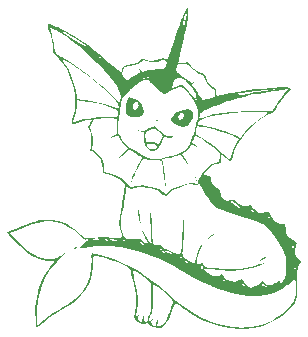
<source format=gbr>
%TF.GenerationSoftware,KiCad,Pcbnew,8.0.1*%
%TF.CreationDate,2024-04-15T13:22:49+02:00*%
%TF.ProjectId,shawazu-gb-dumper,73686177-617a-4752-9d67-622d64756d70,rev?*%
%TF.SameCoordinates,Original*%
%TF.FileFunction,Legend,Bot*%
%TF.FilePolarity,Positive*%
%FSLAX46Y46*%
G04 Gerber Fmt 4.6, Leading zero omitted, Abs format (unit mm)*
G04 Created by KiCad (PCBNEW 8.0.1) date 2024-04-15 13:22:49*
%MOMM*%
%LPD*%
G01*
G04 APERTURE LIST*
%ADD10C,0.000000*%
G04 APERTURE END LIST*
D10*
%TO.C,G\u002A\u002A\u002A*%
G36*
X141193180Y-34898717D02*
G01*
X141284328Y-34956219D01*
X141291073Y-34987802D01*
X141228602Y-35019403D01*
X141185924Y-35013722D01*
X141094776Y-34956219D01*
X141088031Y-34924636D01*
X141150502Y-34893035D01*
X141193180Y-34898717D01*
G37*
G36*
X134428855Y-45686235D02*
G01*
X134394987Y-45738200D01*
X134286691Y-45809949D01*
X134116643Y-45877159D01*
X134046982Y-45877442D01*
X134085333Y-45823765D01*
X134239303Y-45729105D01*
X134262729Y-45717413D01*
X134380783Y-45674489D01*
X134428855Y-45686235D01*
G37*
G36*
X144503230Y-39786082D02*
G01*
X144563080Y-39883498D01*
X144596504Y-40007226D01*
X144596367Y-40009896D01*
X144586025Y-40071703D01*
X144556374Y-40010946D01*
X144527581Y-39938290D01*
X144463100Y-39789801D01*
X144430807Y-39717764D01*
X144433466Y-39701939D01*
X144503230Y-39786082D01*
G37*
G36*
X150441626Y-46549556D02*
G01*
X150387023Y-46607866D01*
X150253731Y-46688770D01*
X150151282Y-46740830D01*
X149994633Y-46811134D01*
X149928484Y-46820200D01*
X149940825Y-46771193D01*
X150027512Y-46692487D01*
X150174767Y-46608476D01*
X150327419Y-46547450D01*
X150431770Y-46535217D01*
X150441626Y-46549556D01*
G37*
G36*
X146140217Y-44509359D02*
G01*
X146024242Y-44613348D01*
X145859500Y-44748282D01*
X145655776Y-44904111D01*
X145529671Y-44987253D01*
X145495282Y-44986855D01*
X145553679Y-44902380D01*
X145604841Y-44851119D01*
X145727823Y-44749467D01*
X145878615Y-44637333D01*
X146025541Y-44537005D01*
X146136927Y-44470771D01*
X146181094Y-44460919D01*
X146140217Y-44509359D01*
G37*
G36*
X139665486Y-42478616D02*
G01*
X139701611Y-42562143D01*
X139737125Y-42734306D01*
X139765356Y-42964801D01*
X139768218Y-42996433D01*
X139793242Y-43253201D01*
X139817568Y-43473436D01*
X139836298Y-43612438D01*
X139848145Y-43700295D01*
X139831047Y-43694491D01*
X139773346Y-43577997D01*
X139749741Y-43518186D01*
X139701510Y-43336468D01*
X139661822Y-43114061D01*
X139634130Y-42883845D01*
X139621885Y-42678697D01*
X139628540Y-42531498D01*
X139657547Y-42475125D01*
X139665486Y-42478616D01*
G37*
G36*
X139970767Y-33691918D02*
G01*
X140044915Y-33944175D01*
X140081191Y-34175005D01*
X140084875Y-34274164D01*
X140068327Y-34404078D01*
X139995495Y-34488347D01*
X139836786Y-34575461D01*
X139617171Y-34655400D01*
X139332260Y-34698115D01*
X139066510Y-34681731D01*
X138865439Y-34604871D01*
X138830305Y-34578955D01*
X138641040Y-34360504D01*
X138559965Y-34082106D01*
X138577312Y-33862210D01*
X139178866Y-33862210D01*
X139180161Y-33872515D01*
X139236901Y-34016137D01*
X139337122Y-34068316D01*
X139455271Y-34041895D01*
X139565798Y-33949718D01*
X139643152Y-33804628D01*
X139661782Y-33619468D01*
X139655128Y-33565498D01*
X139606966Y-33436974D01*
X139503371Y-33388542D01*
X139409654Y-33400366D01*
X139282742Y-33499912D01*
X139197544Y-33665930D01*
X139178866Y-33862210D01*
X138577312Y-33862210D01*
X138586829Y-33741570D01*
X138721386Y-33336705D01*
X138859648Y-33015305D01*
X139139158Y-33067523D01*
X139311862Y-33105720D01*
X139596245Y-33214703D01*
X139796401Y-33377581D01*
X139938872Y-33612438D01*
X139941693Y-33619468D01*
X139970767Y-33691918D01*
G37*
G36*
X144245035Y-34744787D02*
G01*
X144136575Y-35037786D01*
X143966478Y-35280086D01*
X143753964Y-35434924D01*
X143687005Y-35460137D01*
X143417826Y-35489122D01*
X143115894Y-35410478D01*
X142769154Y-35221594D01*
X142595561Y-35107805D01*
X142460873Y-35019765D01*
X142402144Y-34981714D01*
X142396929Y-34923465D01*
X142450461Y-34796537D01*
X142509027Y-34698572D01*
X143034540Y-34698572D01*
X143070875Y-34807931D01*
X143174414Y-34882268D01*
X143307257Y-34861600D01*
X143433825Y-34742053D01*
X143500632Y-34604376D01*
X143499244Y-34431086D01*
X143381240Y-34299559D01*
X143335859Y-34276336D01*
X143245617Y-34281509D01*
X143141153Y-34382652D01*
X143062372Y-34523086D01*
X143034540Y-34698572D01*
X142509027Y-34698572D01*
X142546548Y-34635810D01*
X142665182Y-34474417D01*
X142786353Y-34345491D01*
X142888389Y-34268386D01*
X143176893Y-34126224D01*
X143506543Y-34038348D01*
X143831945Y-34014424D01*
X144107702Y-34064118D01*
X144124397Y-34070830D01*
X144207667Y-34130490D01*
X144251758Y-34241952D01*
X144272915Y-34442410D01*
X144257981Y-34604376D01*
X144245035Y-34744787D01*
G37*
G36*
X142566536Y-36291893D02*
G01*
X142547469Y-36344130D01*
X142407636Y-36414778D01*
X142287237Y-36445809D01*
X142088743Y-36413214D01*
X142051819Y-36396723D01*
X141911963Y-36353773D01*
X141831011Y-36394956D01*
X141767576Y-36536109D01*
X141763309Y-36548045D01*
X141668607Y-36750958D01*
X141531575Y-36979306D01*
X141399743Y-37165702D01*
X141376659Y-37198340D01*
X141228302Y-37373315D01*
X141110948Y-37469483D01*
X140962913Y-37524006D01*
X140744963Y-37524570D01*
X140506521Y-37418779D01*
X140348043Y-37289651D01*
X140214304Y-37073238D01*
X140193299Y-36989959D01*
X140336032Y-36989959D01*
X140372984Y-37089949D01*
X140468129Y-37225496D01*
X140612096Y-37357860D01*
X140802005Y-37420398D01*
X140902225Y-37407246D01*
X141066253Y-37345454D01*
X141198440Y-37256265D01*
X141252736Y-37165702D01*
X141249480Y-37146403D01*
X141169032Y-37064980D01*
X141009190Y-36993784D01*
X140808153Y-36940891D01*
X140604122Y-36914373D01*
X140435295Y-36922305D01*
X140339873Y-36972760D01*
X140336032Y-36989959D01*
X140193299Y-36989959D01*
X140139017Y-36774746D01*
X140115423Y-36376162D01*
X140115055Y-36321420D01*
X140111717Y-36247408D01*
X140243313Y-36247408D01*
X140252722Y-36540066D01*
X140268215Y-36657514D01*
X140309110Y-36727958D01*
X140407961Y-36756404D01*
X140598963Y-36765073D01*
X140702019Y-36771822D01*
X140941041Y-36812508D01*
X141129939Y-36875645D01*
X141156877Y-36888904D01*
X141298161Y-36952314D01*
X141378292Y-36978110D01*
X141413765Y-36944454D01*
X141490845Y-36824071D01*
X141585607Y-36646393D01*
X141600096Y-36616965D01*
X141679433Y-36432734D01*
X141699765Y-36291408D01*
X141650808Y-36162996D01*
X141522274Y-36017504D01*
X141303877Y-35824939D01*
X141021199Y-35585346D01*
X140665268Y-35748296D01*
X140632903Y-35763381D01*
X140416636Y-35891247D01*
X140292362Y-36041862D01*
X140243313Y-36247408D01*
X140111717Y-36247408D01*
X140105580Y-36111324D01*
X140085896Y-35971945D01*
X140059496Y-35931087D01*
X140043888Y-35937339D01*
X139933357Y-35931677D01*
X139788938Y-35889074D01*
X139663510Y-35828570D01*
X139609950Y-35769208D01*
X139634643Y-35745070D01*
X139732164Y-35775389D01*
X139821239Y-35815337D01*
X139932568Y-35833599D01*
X140073584Y-35814027D01*
X140272851Y-35752049D01*
X140558931Y-35643097D01*
X141059229Y-35445397D01*
X141421076Y-35776105D01*
X141500112Y-35847996D01*
X141730834Y-36049636D01*
X141904012Y-36179306D01*
X142044421Y-36250589D01*
X142176834Y-36277071D01*
X142326026Y-36272336D01*
X142470103Y-36267256D01*
X142564638Y-36291408D01*
X142566536Y-36291893D01*
G37*
G36*
X143858268Y-25972317D02*
G01*
X143810362Y-26333980D01*
X143739068Y-26768306D01*
X143646475Y-27261782D01*
X143534672Y-27800895D01*
X143481257Y-28037563D01*
X143424215Y-28290299D01*
X143405745Y-28372135D01*
X143380792Y-28478513D01*
X143365703Y-28543035D01*
X143322606Y-28727322D01*
X143287834Y-28876012D01*
X143248921Y-29043242D01*
X143203501Y-29238435D01*
X143196282Y-29269652D01*
X143132880Y-29543801D01*
X143130549Y-29553980D01*
X143116082Y-29617165D01*
X143081060Y-29770128D01*
X143072904Y-29806717D01*
X143053129Y-29895435D01*
X143029561Y-30006704D01*
X143007572Y-30110522D01*
X143444083Y-30069953D01*
X143880595Y-30029383D01*
X143952267Y-30122637D01*
X144073786Y-30280748D01*
X144108546Y-30325287D01*
X144349441Y-30586959D01*
X144607207Y-30768578D01*
X144930410Y-30905568D01*
X145064721Y-30953941D01*
X145203894Y-31026588D01*
X145282450Y-31123645D01*
X145338326Y-31279929D01*
X145340854Y-31288610D01*
X145478841Y-31640078D01*
X145671465Y-31904333D01*
X145944154Y-32116488D01*
X146097580Y-32215616D01*
X146197109Y-32308807D01*
X146236993Y-32418236D01*
X146238757Y-32458923D01*
X146244278Y-32586232D01*
X146244376Y-32682782D01*
X146254065Y-32782059D01*
X146292086Y-32839891D01*
X146377437Y-32859051D01*
X146529116Y-32842311D01*
X146766120Y-32792444D01*
X147107449Y-32712224D01*
X147137441Y-32705361D01*
X147981840Y-32705361D01*
X148139801Y-32750363D01*
X148208774Y-32768388D01*
X148352954Y-32790110D01*
X148515180Y-32785163D01*
X148729983Y-32751022D01*
X149031896Y-32685165D01*
X149182075Y-32653193D01*
X149506068Y-32594097D01*
X149870045Y-32536670D01*
X150220010Y-32489791D01*
X150472269Y-32456900D01*
X150715121Y-32418627D01*
X150885307Y-32384030D01*
X150956320Y-32357860D01*
X150958354Y-32352541D01*
X150909442Y-32331446D01*
X150779152Y-32337572D01*
X150677865Y-32350212D01*
X150462341Y-32375886D01*
X150167004Y-32410382D01*
X149816704Y-32450801D01*
X149436290Y-32494245D01*
X149109854Y-32532264D01*
X148761945Y-32574954D01*
X148468742Y-32613267D01*
X148253887Y-32644097D01*
X148141016Y-32664340D01*
X147981840Y-32705361D01*
X147137441Y-32705361D01*
X147311581Y-32665513D01*
X147618363Y-32600429D01*
X147885090Y-32549567D01*
X148070486Y-32521117D01*
X148146819Y-32512024D01*
X148416469Y-32474096D01*
X148676865Y-32430906D01*
X148831357Y-32406996D01*
X149098494Y-32373367D01*
X149418321Y-32338484D01*
X149534202Y-32327498D01*
X151063381Y-32327498D01*
X151064359Y-32349067D01*
X151088866Y-32352541D01*
X151146310Y-32360684D01*
X151208416Y-32350566D01*
X151184483Y-32322510D01*
X151147946Y-32312415D01*
X151063381Y-32327498D01*
X149534202Y-32327498D01*
X149750995Y-32306945D01*
X150313355Y-32258253D01*
X150820897Y-32215128D01*
X151227556Y-32182065D01*
X151546389Y-32158412D01*
X151790456Y-32143520D01*
X151972816Y-32136739D01*
X152106527Y-32137417D01*
X152204649Y-32144905D01*
X152280239Y-32158552D01*
X152346357Y-32177709D01*
X152442817Y-32211171D01*
X152541757Y-32267143D01*
X152539565Y-32281766D01*
X152531220Y-32337433D01*
X152419477Y-32453203D01*
X152359173Y-32512517D01*
X152161418Y-32732698D01*
X151934497Y-33012143D01*
X151705437Y-33315521D01*
X151501260Y-33607500D01*
X151348991Y-33852747D01*
X151257265Y-34008545D01*
X151129073Y-34176083D01*
X150973172Y-34301434D01*
X150972207Y-34302210D01*
X150741758Y-34429586D01*
X150727633Y-34436720D01*
X150099939Y-34792762D01*
X149559290Y-35187012D01*
X149067542Y-35647215D01*
X148862698Y-35868957D01*
X148396469Y-36442988D01*
X148326495Y-36550426D01*
X148029160Y-37006953D01*
X147767392Y-37549832D01*
X147617785Y-38060605D01*
X147579542Y-38234222D01*
X147520693Y-38384343D01*
X147451406Y-38431344D01*
X147446265Y-38430959D01*
X147349440Y-38381629D01*
X147198864Y-38265713D01*
X147024844Y-38106303D01*
X146695715Y-37781262D01*
X146655045Y-37998052D01*
X146632465Y-38202040D01*
X146634675Y-38399931D01*
X146640584Y-38479064D01*
X146618762Y-38555787D01*
X146532350Y-38597831D01*
X146350889Y-38629879D01*
X146321223Y-38634443D01*
X146103413Y-38685358D01*
X145907691Y-38773989D01*
X145699462Y-38919899D01*
X145444130Y-39142652D01*
X145364734Y-39217920D01*
X145221601Y-39380226D01*
X145183784Y-39490954D01*
X145250681Y-39562531D01*
X145421692Y-39607387D01*
X145544966Y-39631461D01*
X145689249Y-39695025D01*
X145692513Y-39696463D01*
X145774053Y-39818976D01*
X145821926Y-40033425D01*
X145881040Y-40264847D01*
X146033985Y-40512653D01*
X146036573Y-40516846D01*
X146278506Y-40679552D01*
X146449514Y-40776982D01*
X146582401Y-40954941D01*
X146623383Y-41210161D01*
X146654588Y-41373376D01*
X146781201Y-41566019D01*
X146973798Y-41703473D01*
X147198348Y-41763768D01*
X147420816Y-41724935D01*
X147548273Y-41675747D01*
X147690818Y-41667037D01*
X147828732Y-41738124D01*
X148000740Y-41900749D01*
X148021818Y-41922393D01*
X148301708Y-42127124D01*
X148608546Y-42212707D01*
X148930167Y-42175546D01*
X148967203Y-42164389D01*
X149095565Y-42138018D01*
X149192807Y-42161918D01*
X149293614Y-42253729D01*
X149432676Y-42431091D01*
X149480425Y-42489158D01*
X149657164Y-42653567D01*
X149835306Y-42764209D01*
X149891979Y-42786928D01*
X149992232Y-42813200D01*
X150029117Y-42822866D01*
X150168125Y-42812381D01*
X150366406Y-42754417D01*
X150482735Y-42717861D01*
X150629567Y-42679561D01*
X150695361Y-42674036D01*
X150695902Y-42674688D01*
X150734271Y-42742523D01*
X150811917Y-42891234D01*
X150912672Y-43089884D01*
X150923405Y-43111150D01*
X151018610Y-43272642D01*
X151086627Y-43388017D01*
X151258391Y-43567129D01*
X151470911Y-43672922D01*
X151756404Y-43729828D01*
X152088806Y-43770398D01*
X152128398Y-44149503D01*
X152131337Y-44177373D01*
X152170222Y-44464840D01*
X152170906Y-44469898D01*
X152230964Y-44673647D01*
X152334907Y-44823381D01*
X152506132Y-44953862D01*
X152768034Y-45099851D01*
X152885284Y-45165117D01*
X153016651Y-45251005D01*
X153067475Y-45303677D01*
X153060137Y-45343235D01*
X153057181Y-45354227D01*
X153023691Y-45478750D01*
X152967090Y-45665921D01*
X152934544Y-45773367D01*
X152876660Y-46040238D01*
X152886062Y-46244648D01*
X152969251Y-46423849D01*
X153132728Y-46615093D01*
X153394768Y-46882093D01*
X153377812Y-46913875D01*
X153247259Y-47158584D01*
X153242854Y-47166865D01*
X153192339Y-47269570D01*
X153155287Y-47373109D01*
X153129583Y-47498403D01*
X153113112Y-47666374D01*
X153103760Y-47897945D01*
X153099410Y-48214037D01*
X153097949Y-48635573D01*
X153097558Y-48789652D01*
X153095792Y-48937292D01*
X153091837Y-49268053D01*
X153074303Y-49647477D01*
X153038292Y-49949304D01*
X152977145Y-50194916D01*
X152884199Y-50405693D01*
X152752794Y-50603017D01*
X152576268Y-50808267D01*
X152347960Y-51042826D01*
X152120640Y-51258651D01*
X151542081Y-51711400D01*
X150915674Y-52066976D01*
X150227852Y-52331067D01*
X149465043Y-52509356D01*
X148613681Y-52607530D01*
X148518562Y-52612642D01*
X148287741Y-52616941D01*
X148108209Y-52610033D01*
X147961509Y-52595846D01*
X147730953Y-52573780D01*
X147476368Y-52549576D01*
X147304044Y-52530457D01*
X146544501Y-52386730D01*
X145768446Y-52152239D01*
X145010290Y-51840675D01*
X144304446Y-51465730D01*
X143685323Y-51041098D01*
X143550449Y-50936665D01*
X143329693Y-50772071D01*
X143114814Y-50618090D01*
X142929484Y-50491197D01*
X142797375Y-50407871D01*
X142742159Y-50384589D01*
X142740752Y-50387138D01*
X142710852Y-50466520D01*
X142654262Y-50630304D01*
X142581889Y-50847015D01*
X142415061Y-51315482D01*
X142208654Y-51784183D01*
X141997005Y-52136348D01*
X141774889Y-52377369D01*
X141537085Y-52512641D01*
X141278369Y-52547558D01*
X140993519Y-52487515D01*
X140931137Y-52463292D01*
X140720761Y-52355622D01*
X140557967Y-52237310D01*
X140422723Y-52139813D01*
X140316742Y-52135017D01*
X140214152Y-52164564D01*
X140015291Y-52157019D01*
X139788342Y-52106109D01*
X139579808Y-52023207D01*
X139436194Y-51919685D01*
X139407728Y-51885072D01*
X139330665Y-51747496D01*
X139303056Y-51579774D01*
X139323368Y-51352574D01*
X139390069Y-51036568D01*
X139424039Y-50873511D01*
X139465768Y-50587354D01*
X139482393Y-50341543D01*
X139482242Y-50316307D01*
X139462643Y-50027256D01*
X139414626Y-49658415D01*
X139344498Y-49247199D01*
X139258564Y-48831019D01*
X139163130Y-48447290D01*
X139162616Y-48445427D01*
X139101169Y-48202111D01*
X139056778Y-47987207D01*
X139039021Y-47847041D01*
X139033252Y-47788200D01*
X139003078Y-47722696D01*
X139167661Y-47722696D01*
X139168201Y-47736173D01*
X139189342Y-47872890D01*
X139235085Y-48084300D01*
X139296971Y-48330627D01*
X139387946Y-48690134D01*
X139533485Y-49417632D01*
X139603495Y-50054374D01*
X139597708Y-50597043D01*
X139515858Y-51042322D01*
X139489334Y-51139495D01*
X139442666Y-51377353D01*
X139426236Y-51573632D01*
X139430706Y-51794776D01*
X139518536Y-51594265D01*
X139525105Y-51579555D01*
X139603494Y-51435004D01*
X139671821Y-51353299D01*
X139700699Y-51365087D01*
X139664769Y-51471984D01*
X139635202Y-51584815D01*
X139653812Y-51777008D01*
X139737192Y-51943437D01*
X139867860Y-52035581D01*
X139925333Y-52044014D01*
X139976574Y-52001960D01*
X139989054Y-51864122D01*
X140014233Y-51689648D01*
X140079458Y-51538320D01*
X140097894Y-51513747D01*
X140142807Y-51469584D01*
X140153136Y-51516380D01*
X140136090Y-51671030D01*
X140130948Y-51876134D01*
X140187850Y-51994262D01*
X140284907Y-52039157D01*
X140389152Y-52001555D01*
X140401583Y-51963599D01*
X140563259Y-51963599D01*
X140613526Y-52015921D01*
X140652376Y-51991982D01*
X140702387Y-51889553D01*
X140736947Y-51816068D01*
X140817169Y-51763184D01*
X140865663Y-51776646D01*
X140823084Y-51839005D01*
X140784643Y-51892030D01*
X140747344Y-52052542D01*
X140777485Y-52218105D01*
X140869478Y-52329618D01*
X141021503Y-52388980D01*
X141102862Y-52354605D01*
X141126368Y-52217549D01*
X141147309Y-52074663D01*
X141215001Y-51918860D01*
X141242748Y-51882696D01*
X141278982Y-51858384D01*
X141286225Y-51923686D01*
X141269968Y-52096336D01*
X141262652Y-52165196D01*
X141256881Y-52313572D01*
X141284691Y-52378452D01*
X141355091Y-52391020D01*
X141379679Y-52389725D01*
X141646627Y-52309489D01*
X141869198Y-52115897D01*
X141869344Y-52115711D01*
X141954953Y-51973266D01*
X142065715Y-51742620D01*
X142188862Y-51456036D01*
X142311625Y-51145782D01*
X142421238Y-50844121D01*
X142504931Y-50583320D01*
X142549937Y-50395643D01*
X142558413Y-50335673D01*
X142560896Y-50237340D01*
X142531147Y-50148524D01*
X142453683Y-50045778D01*
X142313019Y-49905654D01*
X142093673Y-49704705D01*
X141877749Y-49514060D01*
X141619203Y-49296898D01*
X141372992Y-49100428D01*
X141159626Y-48940488D01*
X140999616Y-48832911D01*
X140913473Y-48793533D01*
X140901910Y-48841767D01*
X140890510Y-48997695D01*
X140881412Y-49241937D01*
X140876349Y-49502412D01*
X140875338Y-49554414D01*
X140873014Y-49915050D01*
X140872206Y-50262660D01*
X140868279Y-50581364D01*
X140858771Y-50815997D01*
X140841187Y-50989596D01*
X140813036Y-51125197D01*
X140771822Y-51245839D01*
X140715054Y-51374558D01*
X140714173Y-51376453D01*
X140617494Y-51619154D01*
X140565886Y-51823106D01*
X140563259Y-51963599D01*
X140401583Y-51963599D01*
X140432731Y-51868491D01*
X140439672Y-51813031D01*
X140489026Y-51642970D01*
X140569915Y-51447264D01*
X140606320Y-51364943D01*
X140650259Y-51231372D01*
X140681812Y-51068921D01*
X140704082Y-50853216D01*
X140720170Y-50559888D01*
X140733178Y-50164562D01*
X140739971Y-49915604D01*
X140748518Y-49502412D01*
X140745499Y-49186392D01*
X140725115Y-48948097D01*
X140681566Y-48768082D01*
X140609050Y-48626899D01*
X140501768Y-48505103D01*
X140353920Y-48383247D01*
X140159706Y-48241885D01*
X140032125Y-48151159D01*
X139782067Y-47978128D01*
X139560703Y-47830678D01*
X139404602Y-47733432D01*
X139312672Y-47681202D01*
X139211970Y-47633851D01*
X139173703Y-47648138D01*
X139167661Y-47722696D01*
X139003078Y-47722696D01*
X138937084Y-47579434D01*
X138734543Y-47383658D01*
X138441044Y-47217113D01*
X138102136Y-47072355D01*
X137674702Y-46900175D01*
X137269166Y-46747472D01*
X136908750Y-46622590D01*
X136616676Y-46533870D01*
X136416167Y-46489656D01*
X136317080Y-46476241D01*
X136108422Y-46445154D01*
X135961069Y-46419476D01*
X135897493Y-46410806D01*
X135853086Y-46432087D01*
X135829641Y-46508745D01*
X135820475Y-46664442D01*
X135818905Y-46922840D01*
X135809295Y-47260627D01*
X135712855Y-47992207D01*
X135512136Y-48653973D01*
X135206329Y-49248181D01*
X134794625Y-49777085D01*
X134718553Y-49856813D01*
X134592251Y-49980130D01*
X134452794Y-50101897D01*
X134286602Y-50231662D01*
X134080099Y-50378971D01*
X133819705Y-50553370D01*
X133491843Y-50764406D01*
X133082934Y-51021626D01*
X132579401Y-51334576D01*
X132452813Y-51415731D01*
X132127185Y-51642803D01*
X131803124Y-51889785D01*
X131535041Y-52115969D01*
X131403652Y-52233499D01*
X131227417Y-52383284D01*
X131101162Y-52480552D01*
X131046004Y-52508360D01*
X131038947Y-52497049D01*
X131011536Y-52383687D01*
X130984549Y-52180518D01*
X130960028Y-51916448D01*
X130940014Y-51620382D01*
X130926548Y-51321224D01*
X130921671Y-51047879D01*
X130927425Y-50829253D01*
X130931166Y-50778637D01*
X130977737Y-50405788D01*
X131056941Y-49968610D01*
X131158546Y-49513600D01*
X131272320Y-49087255D01*
X131388031Y-48736074D01*
X131431544Y-48628805D01*
X131604370Y-48270230D01*
X131823549Y-47881219D01*
X132061071Y-47509448D01*
X132288927Y-47202595D01*
X132399566Y-47064821D01*
X132496156Y-46934907D01*
X132533333Y-46870879D01*
X132485694Y-46853769D01*
X132342909Y-46840076D01*
X132138231Y-46834826D01*
X132000277Y-46830258D01*
X131528903Y-46760507D01*
X131045449Y-46618505D01*
X130606219Y-46419514D01*
X130537892Y-46373260D01*
X130379393Y-46244798D01*
X130168805Y-46059798D01*
X129922327Y-45833963D01*
X129656158Y-45582998D01*
X129386495Y-45322605D01*
X129129538Y-45068488D01*
X128901485Y-44836349D01*
X128718535Y-44641891D01*
X128596885Y-44500819D01*
X128585278Y-44481893D01*
X128741639Y-44481893D01*
X129515969Y-45270051D01*
X129615155Y-45370415D01*
X129976549Y-45721506D01*
X130288283Y-45992870D01*
X130573585Y-46199929D01*
X130855683Y-46358107D01*
X131157808Y-46482828D01*
X131503187Y-46589515D01*
X131914361Y-46677884D01*
X132357406Y-46701635D01*
X132722683Y-46630340D01*
X133007151Y-46464253D01*
X133058905Y-46420636D01*
X133255167Y-46276215D01*
X133434559Y-46169562D01*
X133639054Y-46070592D01*
X133453554Y-46215769D01*
X133319652Y-46327106D01*
X133031398Y-46598271D01*
X132726459Y-46917793D01*
X132433474Y-47253597D01*
X132181085Y-47573614D01*
X131997932Y-47845772D01*
X131925817Y-47970905D01*
X131757897Y-48285824D01*
X131621092Y-48590446D01*
X131502698Y-48918550D01*
X131390008Y-49303918D01*
X131270319Y-49780328D01*
X131269112Y-49785380D01*
X131186824Y-50148668D01*
X131132120Y-50450184D01*
X131099659Y-50736923D01*
X131084099Y-51055883D01*
X131080099Y-51454061D01*
X131080099Y-52331841D01*
X131336510Y-52075431D01*
X131459783Y-51960935D01*
X131620062Y-51831691D01*
X131827721Y-51682173D01*
X132098290Y-51501680D01*
X132447301Y-51279515D01*
X132890284Y-51004975D01*
X133106883Y-50870936D01*
X133575043Y-50572208D01*
X133953277Y-50314805D01*
X134257618Y-50086984D01*
X134504098Y-49877005D01*
X134708750Y-49673124D01*
X134946688Y-49385808D01*
X135285421Y-48822093D01*
X135520736Y-48185898D01*
X135652579Y-47477392D01*
X135680894Y-46696745D01*
X135677913Y-46535665D01*
X135680434Y-46293631D01*
X135691402Y-46117956D01*
X135709515Y-46038577D01*
X135738024Y-46037865D01*
X135755721Y-46121990D01*
X135759418Y-46163583D01*
X135800720Y-46224674D01*
X135911061Y-46264483D01*
X136119029Y-46296761D01*
X136427790Y-46350694D01*
X136948785Y-46492835D01*
X137562505Y-46711952D01*
X138271926Y-47009029D01*
X138423211Y-47076581D01*
X138844037Y-47271817D01*
X139192023Y-47448863D01*
X139501976Y-47627367D01*
X139808704Y-47826972D01*
X140147015Y-48067326D01*
X140201052Y-48106624D01*
X140485816Y-48309744D01*
X140803458Y-48531506D01*
X141094776Y-48730485D01*
X141318392Y-48892568D01*
X141615747Y-49129290D01*
X141926503Y-49394100D01*
X142211151Y-49654307D01*
X142729719Y-50124367D01*
X142870987Y-50237340D01*
X143449795Y-50700216D01*
X144180690Y-51201975D01*
X144906163Y-51619622D01*
X145609970Y-51943136D01*
X146275870Y-52162494D01*
X146411110Y-52195626D01*
X146799377Y-52280741D01*
X147215128Y-52361015D01*
X147588853Y-52422675D01*
X147810408Y-52453367D01*
X148080665Y-52486781D01*
X148291526Y-52508187D01*
X148410246Y-52513945D01*
X148410905Y-52513910D01*
X148763614Y-52481213D01*
X149181663Y-52421300D01*
X149617177Y-52342798D01*
X150022282Y-52254335D01*
X150349104Y-52164539D01*
X150452847Y-52128994D01*
X150921989Y-51921663D01*
X151395003Y-51645312D01*
X151846543Y-51319653D01*
X152251261Y-50964398D01*
X152583807Y-50599260D01*
X152818835Y-50243949D01*
X152835331Y-50209393D01*
X152913556Y-49961158D01*
X152971337Y-49638009D01*
X153004404Y-49282527D01*
X153008482Y-48937292D01*
X152979298Y-48644885D01*
X152970162Y-48602153D01*
X152922385Y-48492106D01*
X152842299Y-48459095D01*
X152716710Y-48507219D01*
X152532423Y-48640576D01*
X152276244Y-48863265D01*
X152223755Y-48910091D01*
X152096510Y-49015985D01*
X152001206Y-49095297D01*
X151912328Y-49161635D01*
X151790472Y-49252588D01*
X151631082Y-49352015D01*
X151119345Y-49564170D01*
X150440452Y-49737607D01*
X149718420Y-49817295D01*
X148980606Y-49798628D01*
X148428111Y-49732861D01*
X147585957Y-49575653D01*
X146749993Y-49346185D01*
X146186314Y-49141045D01*
X146560199Y-49141045D01*
X146591791Y-49172637D01*
X146623383Y-49141045D01*
X146591791Y-49109453D01*
X146560199Y-49141045D01*
X146186314Y-49141045D01*
X146012698Y-49077861D01*
X146433830Y-49077861D01*
X146465423Y-49109453D01*
X146497015Y-49077861D01*
X146465423Y-49046269D01*
X146433830Y-49077861D01*
X146012698Y-49077861D01*
X145904229Y-49038386D01*
X145851543Y-49014677D01*
X146244278Y-49014677D01*
X146275870Y-49046269D01*
X146307462Y-49014677D01*
X146275870Y-48983085D01*
X146244278Y-49014677D01*
X145851543Y-49014677D01*
X145032679Y-48646186D01*
X144211100Y-48212001D01*
X146624541Y-48212001D01*
X146692248Y-48318408D01*
X146846726Y-48471067D01*
X146918443Y-48532569D01*
X147040228Y-48629106D01*
X147103030Y-48667165D01*
X147100470Y-48643484D01*
X147080914Y-48614891D01*
X148366407Y-48614891D01*
X148377543Y-48667165D01*
X148385028Y-48702297D01*
X148454679Y-48839814D01*
X148462272Y-48852008D01*
X148587331Y-49007978D01*
X148595559Y-49014677D01*
X148673164Y-49077861D01*
X148718698Y-49114934D01*
X148761778Y-49137780D01*
X148769815Y-49141045D01*
X148820502Y-49161635D01*
X148802617Y-49121693D01*
X148706283Y-49001062D01*
X148688520Y-48979135D01*
X148566876Y-48820058D01*
X148478928Y-48691425D01*
X148426552Y-48625059D01*
X148370695Y-48606907D01*
X148366407Y-48614891D01*
X147080914Y-48614891D01*
X147040190Y-48555350D01*
X146939963Y-48431580D01*
X146826906Y-48303810D01*
X146728136Y-48203681D01*
X146670771Y-48162831D01*
X146650672Y-48164223D01*
X146624541Y-48212001D01*
X144211100Y-48212001D01*
X144119351Y-48163514D01*
X143148258Y-47584301D01*
X142666237Y-47301428D01*
X142650108Y-47293066D01*
X144947525Y-47293066D01*
X144978581Y-47429773D01*
X145029936Y-47541223D01*
X145073809Y-47593035D01*
X145096390Y-47567540D01*
X145105513Y-47463781D01*
X145089137Y-47330506D01*
X145050711Y-47222981D01*
X145002753Y-47174062D01*
X144959138Y-47197635D01*
X144947525Y-47293066D01*
X142650108Y-47293066D01*
X141994765Y-46953313D01*
X141276042Y-46622959D01*
X140841690Y-46446131D01*
X143155393Y-46446131D01*
X143200269Y-46556137D01*
X143308882Y-46750295D01*
X143368042Y-46848357D01*
X143451390Y-46974875D01*
X143494933Y-47024378D01*
X143493871Y-46996964D01*
X143457060Y-46882217D01*
X143452366Y-46870220D01*
X143606034Y-46870220D01*
X143644067Y-46921260D01*
X143788769Y-47020737D01*
X143795003Y-47024378D01*
X143820693Y-47039383D01*
X143992176Y-47117791D01*
X144127612Y-47148885D01*
X144160228Y-47135716D01*
X144106318Y-47081122D01*
X143945438Y-46989048D01*
X143806213Y-46922304D01*
X143663730Y-46869830D01*
X143606034Y-46870220D01*
X143452366Y-46870220D01*
X143389069Y-46708458D01*
X143332582Y-46583367D01*
X143255590Y-46445952D01*
X143203018Y-46392538D01*
X143168016Y-46399202D01*
X143155393Y-46446131D01*
X140841690Y-46446131D01*
X140546356Y-46325898D01*
X139841997Y-46077667D01*
X139199253Y-45893799D01*
X138188445Y-45691402D01*
X137183467Y-45586321D01*
X136232737Y-45589479D01*
X135341316Y-45701128D01*
X135114372Y-45742137D01*
X134873551Y-45778464D01*
X134702143Y-45795709D01*
X134627288Y-45790477D01*
X134630770Y-45769131D01*
X134697857Y-45681341D01*
X134769114Y-45606466D01*
X134997512Y-45606466D01*
X134998127Y-45615299D01*
X135034702Y-45629213D01*
X135098322Y-45561382D01*
X135113695Y-45526072D01*
X135070459Y-45533519D01*
X135042390Y-45553023D01*
X134997512Y-45606466D01*
X134769114Y-45606466D01*
X134820703Y-45552258D01*
X134972285Y-45407277D01*
X135108581Y-45286816D01*
X138725373Y-45286816D01*
X138756965Y-45318408D01*
X138788557Y-45286816D01*
X138756965Y-45255224D01*
X138725373Y-45286816D01*
X135108581Y-45286816D01*
X135125582Y-45271790D01*
X135186850Y-45223632D01*
X135755721Y-45223632D01*
X135787313Y-45255224D01*
X135818905Y-45223632D01*
X135787313Y-45192040D01*
X135755721Y-45223632D01*
X135186850Y-45223632D01*
X135253570Y-45171189D01*
X135257824Y-45168922D01*
X135577345Y-45168922D01*
X135629353Y-45192040D01*
X135662802Y-45187480D01*
X135671476Y-45149917D01*
X135662215Y-45142356D01*
X135587230Y-45149917D01*
X135577345Y-45168922D01*
X135257824Y-45168922D01*
X135329228Y-45130867D01*
X135340592Y-45128501D01*
X135376617Y-45064468D01*
X135362824Y-45051894D01*
X135781692Y-45051894D01*
X135885473Y-45085786D01*
X135925140Y-45095526D01*
X136126750Y-45115457D01*
X136269924Y-45080652D01*
X136324378Y-44997223D01*
X136289159Y-44962991D01*
X136169828Y-44945557D01*
X136009494Y-44956635D01*
X135853881Y-44996314D01*
X135792974Y-45022448D01*
X135781692Y-45051894D01*
X135362824Y-45051894D01*
X135339945Y-45031036D01*
X135223761Y-45038445D01*
X135187340Y-45046015D01*
X135067093Y-45027052D01*
X134975856Y-44925681D01*
X136703482Y-44925681D01*
X136704111Y-44930158D01*
X136762542Y-44996911D01*
X136762990Y-44997223D01*
X136886987Y-45083641D01*
X137007028Y-45149917D01*
X137020105Y-45157137D01*
X137104451Y-45186983D01*
X137087945Y-45145382D01*
X136967741Y-45034080D01*
X136944791Y-45016324D01*
X137209132Y-45016324D01*
X137272139Y-45059950D01*
X137291995Y-45070854D01*
X137532967Y-45152567D01*
X137743286Y-45134195D01*
X137797935Y-45103682D01*
X137764035Y-45075474D01*
X137616918Y-45045162D01*
X137589540Y-45040791D01*
X138247943Y-45040791D01*
X138310389Y-45103682D01*
X138337472Y-45130958D01*
X138423675Y-45186983D01*
X138469383Y-45216690D01*
X138491387Y-45223632D01*
X138590208Y-45254808D01*
X138609168Y-45253087D01*
X138613009Y-45214868D01*
X138554900Y-45168922D01*
X138926101Y-45168922D01*
X138978109Y-45192040D01*
X139011559Y-45187480D01*
X139019743Y-45152036D01*
X139714898Y-45152036D01*
X139753671Y-45214868D01*
X139778338Y-45254840D01*
X139807596Y-45286816D01*
X139896104Y-45383546D01*
X140042360Y-45510582D01*
X140065945Y-45526072D01*
X140191265Y-45608378D01*
X140324246Y-45671753D01*
X140405658Y-45694808D01*
X140399992Y-45684026D01*
X141381538Y-45684026D01*
X141387110Y-45694808D01*
X141441190Y-45799445D01*
X141599997Y-45977377D01*
X141670209Y-46044982D01*
X141827839Y-46181394D01*
X141948715Y-46266680D01*
X141951915Y-46268349D01*
X141973376Y-46260590D01*
X141915840Y-46182291D01*
X141791006Y-46049556D01*
X141730840Y-45985933D01*
X141887972Y-45985933D01*
X141981297Y-46070527D01*
X142132711Y-46166692D01*
X142229931Y-46210532D01*
X142370933Y-46260590D01*
X142387101Y-46266330D01*
X142525107Y-46301570D01*
X142610841Y-46308463D01*
X142611194Y-46279224D01*
X142584007Y-46257215D01*
X142465682Y-46185943D01*
X142307426Y-46108524D01*
X142139884Y-46037387D01*
X141993698Y-45984958D01*
X141899513Y-45963664D01*
X141887972Y-45985933D01*
X141730840Y-45985933D01*
X141655985Y-45906776D01*
X141547196Y-45774546D01*
X141505472Y-45699176D01*
X141503376Y-45682635D01*
X141442288Y-45634329D01*
X141423096Y-45635590D01*
X141381538Y-45684026D01*
X140399992Y-45684026D01*
X140387926Y-45661064D01*
X140262271Y-45574686D01*
X140259830Y-45573190D01*
X140077739Y-45430959D01*
X139920507Y-45261483D01*
X139894451Y-45228078D01*
X139791971Y-45128569D01*
X139721089Y-45106676D01*
X139715187Y-45149917D01*
X139714898Y-45152036D01*
X139019743Y-45152036D01*
X139020232Y-45149917D01*
X139010971Y-45142356D01*
X138935986Y-45149917D01*
X138926101Y-45168922D01*
X138554900Y-45168922D01*
X138504228Y-45128856D01*
X138489660Y-45119303D01*
X138450758Y-45097264D01*
X138788557Y-45097264D01*
X138820149Y-45128856D01*
X138851741Y-45097264D01*
X138820149Y-45065672D01*
X138788557Y-45097264D01*
X138450758Y-45097264D01*
X138340424Y-45034757D01*
X138254389Y-45008656D01*
X138247943Y-45040791D01*
X137589540Y-45040791D01*
X137573994Y-45038309D01*
X137393557Y-45014217D01*
X137272139Y-45005105D01*
X137259450Y-45005326D01*
X137209132Y-45016324D01*
X136944791Y-45016324D01*
X136815061Y-44915956D01*
X136729191Y-44879799D01*
X136703482Y-44925681D01*
X134975856Y-44925681D01*
X134961249Y-44909451D01*
X134821264Y-44740629D01*
X134557765Y-44508467D01*
X134222498Y-44269510D01*
X133842946Y-44040100D01*
X133446592Y-43836584D01*
X133060917Y-43675304D01*
X132713403Y-43572605D01*
X132563728Y-43543438D01*
X132211000Y-43499525D01*
X131856305Y-43495979D01*
X131481547Y-43536276D01*
X131068630Y-43623895D01*
X130599458Y-43762311D01*
X130055936Y-43955003D01*
X129419966Y-44205447D01*
X128741639Y-44481893D01*
X128585278Y-44481893D01*
X128552736Y-44428834D01*
X128553408Y-44426258D01*
X128619048Y-44382189D01*
X128770945Y-44311945D01*
X128979228Y-44229487D01*
X129179854Y-44154331D01*
X129481650Y-44039826D01*
X129821575Y-43909767D01*
X130157309Y-43780291D01*
X130463294Y-43666887D01*
X130782579Y-43558319D01*
X131060317Y-43473430D01*
X131258839Y-43424392D01*
X131629576Y-43375218D01*
X132298084Y-43383269D01*
X132959311Y-43514035D01*
X133606323Y-43765196D01*
X134232186Y-44134430D01*
X134829964Y-44619418D01*
X135136297Y-44905026D01*
X135840909Y-44884544D01*
X136085312Y-44873589D01*
X136343180Y-44852574D01*
X136533417Y-44826086D01*
X136626656Y-44797382D01*
X136700097Y-44764041D01*
X136847800Y-44799458D01*
X136891022Y-44817140D01*
X137078457Y-44861690D01*
X137325348Y-44892999D01*
X137594880Y-44909523D01*
X137850239Y-44909718D01*
X138054609Y-44892041D01*
X138171177Y-44854947D01*
X138228195Y-44800135D01*
X138246316Y-44731021D01*
X138222463Y-44613896D01*
X138155381Y-44413625D01*
X138073245Y-44100329D01*
X138035542Y-43684692D01*
X138037548Y-43647029D01*
X138156716Y-43647029D01*
X138165134Y-43803483D01*
X138208376Y-44073673D01*
X138279802Y-44349450D01*
X138369740Y-44604747D01*
X138468520Y-44813496D01*
X138566469Y-44949632D01*
X138653916Y-44987087D01*
X138695176Y-44986740D01*
X138834623Y-44999259D01*
X139029369Y-45023876D01*
X139283603Y-45041193D01*
X139581992Y-44992571D01*
X139686056Y-44958243D01*
X139786707Y-44953200D01*
X139880780Y-45011014D01*
X139964210Y-45097264D01*
X140013134Y-45147841D01*
X140086935Y-45221143D01*
X140240831Y-45336486D01*
X140362518Y-45381592D01*
X140411536Y-45378266D01*
X140443605Y-45352077D01*
X140429994Y-45281127D01*
X140365127Y-45143709D01*
X140243424Y-44918118D01*
X140207417Y-44851204D01*
X140096978Y-44627193D01*
X140020834Y-44443164D01*
X139993740Y-44333665D01*
X139998335Y-44302096D01*
X140033819Y-44311411D01*
X140104312Y-44441383D01*
X140113872Y-44461647D01*
X140211753Y-44646399D01*
X140338363Y-44859620D01*
X140475436Y-45073662D01*
X140604708Y-45260876D01*
X140707914Y-45393613D01*
X140766788Y-45444224D01*
X140784309Y-45437875D01*
X140774692Y-45374856D01*
X140762653Y-45331956D01*
X140742914Y-45175553D01*
X140723286Y-44931776D01*
X140704643Y-44624345D01*
X140687861Y-44276982D01*
X140673817Y-43913408D01*
X140663385Y-43557344D01*
X140657442Y-43232510D01*
X140656863Y-42962629D01*
X140662525Y-42771420D01*
X140675302Y-42682606D01*
X140699151Y-42696853D01*
X140725224Y-42815159D01*
X140750706Y-43018117D01*
X140773766Y-43284445D01*
X140792575Y-43592858D01*
X140805303Y-43922073D01*
X140810121Y-44250806D01*
X140811101Y-44414443D01*
X140826092Y-44844627D01*
X140862061Y-45162409D01*
X140922762Y-45377588D01*
X141011949Y-45499963D01*
X141133376Y-45539335D01*
X141290797Y-45505501D01*
X141296073Y-45503507D01*
X141416898Y-45474601D01*
X141514784Y-45511437D01*
X141638885Y-45631860D01*
X141678540Y-45673565D01*
X141799244Y-45780874D01*
X141879629Y-45823881D01*
X141895951Y-45826695D01*
X142010293Y-45867076D01*
X142197129Y-45945376D01*
X142425266Y-46048739D01*
X142462080Y-46065724D01*
X142716617Y-46169822D01*
X142932493Y-46236429D01*
X143073540Y-46254087D01*
X143077446Y-46253618D01*
X143148619Y-46235840D01*
X143204836Y-46192613D01*
X143248699Y-46109524D01*
X143282811Y-45972164D01*
X143309777Y-45766122D01*
X143332199Y-45476986D01*
X143352680Y-45090346D01*
X143373824Y-44591791D01*
X143388909Y-44264708D01*
X143409414Y-43921539D01*
X143431557Y-43635726D01*
X143453526Y-43430255D01*
X143473507Y-43328110D01*
X143486321Y-43337559D01*
X143495626Y-43448811D01*
X143499498Y-43648333D01*
X143498492Y-43915759D01*
X143493161Y-44230719D01*
X143484060Y-44572849D01*
X143471742Y-44921780D01*
X143456763Y-45257146D01*
X143439676Y-45558580D01*
X143421035Y-45805714D01*
X143401395Y-45978182D01*
X143376325Y-46215621D01*
X143383630Y-46279224D01*
X143399250Y-46415221D01*
X143492357Y-46570859D01*
X143672582Y-46709346D01*
X143956861Y-46857492D01*
X144443532Y-47087929D01*
X144482714Y-46819214D01*
X144502545Y-46702465D01*
X144593328Y-46338181D01*
X144717679Y-45987266D01*
X144856631Y-45706183D01*
X144884014Y-45663003D01*
X144975678Y-45545284D01*
X145017312Y-45535240D01*
X145002217Y-45623451D01*
X144923694Y-45800496D01*
X144865816Y-45927598D01*
X144777515Y-46167763D01*
X144695637Y-46436030D01*
X144630043Y-46695936D01*
X144590595Y-46911018D01*
X144587155Y-47044814D01*
X144616773Y-47107756D01*
X144707665Y-47123524D01*
X144842745Y-47075186D01*
X145007053Y-47040677D01*
X145105403Y-47071925D01*
X145144179Y-47135716D01*
X145166190Y-47171927D01*
X145184631Y-47212242D01*
X145258188Y-47299541D01*
X145382213Y-47368020D01*
X145571884Y-47421194D01*
X145842381Y-47462578D01*
X145855698Y-47463781D01*
X146208882Y-47495687D01*
X146686567Y-47524038D01*
X147243873Y-47544598D01*
X147760331Y-47541776D01*
X148224662Y-47508842D01*
X148674417Y-47441569D01*
X149147144Y-47335732D01*
X149680394Y-47187105D01*
X149870047Y-47133524D01*
X150085581Y-47081448D01*
X150231989Y-47056625D01*
X150295933Y-47060016D01*
X150264071Y-47092579D01*
X150123066Y-47155275D01*
X150049352Y-47183517D01*
X149231537Y-47434771D01*
X148358240Y-47600829D01*
X147463387Y-47678581D01*
X146580904Y-47664914D01*
X145744717Y-47556720D01*
X145703059Y-47548745D01*
X145481251Y-47511922D01*
X145317067Y-47493950D01*
X145243476Y-47498647D01*
X145234617Y-47540081D01*
X145292275Y-47646130D01*
X145416510Y-47779808D01*
X145582872Y-47916264D01*
X145766910Y-48030647D01*
X145945240Y-48108698D01*
X146142621Y-48143274D01*
X146358125Y-48109832D01*
X146635174Y-48007198D01*
X146678128Y-47997043D01*
X146773195Y-48040556D01*
X146887910Y-48187367D01*
X146916892Y-48229598D01*
X147153056Y-48454031D01*
X147454620Y-48578264D01*
X147807057Y-48598697D01*
X148195840Y-48511725D01*
X148457319Y-48419470D01*
X148611846Y-48664258D01*
X148650624Y-48722386D01*
X148785849Y-48892513D01*
X148909435Y-49009250D01*
X149032121Y-49073555D01*
X149180601Y-49108065D01*
X149332470Y-49075879D01*
X149550168Y-48986813D01*
X149782047Y-48862091D01*
X149897493Y-48782464D01*
X150136940Y-48782464D01*
X150147654Y-48854208D01*
X150237877Y-48947170D01*
X150353276Y-49011822D01*
X150474137Y-49046269D01*
X150480925Y-49046083D01*
X150501686Y-49015985D01*
X150412690Y-48939359D01*
X150294469Y-48849988D01*
X150216977Y-48774653D01*
X150197331Y-48755851D01*
X150136940Y-48782464D01*
X149897493Y-48782464D01*
X149983703Y-48723002D01*
X150153228Y-48585626D01*
X150351860Y-48752763D01*
X150500706Y-48855036D01*
X150735172Y-48919230D01*
X150985375Y-48866803D01*
X151210389Y-48730349D01*
X151488557Y-48730349D01*
X151489281Y-48744648D01*
X151516420Y-48793533D01*
X151526555Y-48790625D01*
X151583333Y-48730349D01*
X151593206Y-48705873D01*
X151555470Y-48667165D01*
X151537130Y-48669593D01*
X151488557Y-48730349D01*
X151210389Y-48730349D01*
X151265575Y-48696883D01*
X151388785Y-48608577D01*
X151553575Y-48524053D01*
X151647989Y-48536307D01*
X151678109Y-48644567D01*
X151678291Y-48654888D01*
X151700186Y-48705873D01*
X151708368Y-48724925D01*
X151780288Y-48694691D01*
X151880144Y-48575834D01*
X151994029Y-48379999D01*
X152026158Y-48314665D01*
X152082929Y-48178307D01*
X152119374Y-48036623D01*
X152139752Y-47859363D01*
X152140844Y-47828395D01*
X152827310Y-47828395D01*
X152847015Y-48066916D01*
X152891696Y-47782587D01*
X152903476Y-47719495D01*
X152974921Y-47462981D01*
X153069877Y-47223621D01*
X153112421Y-47129913D01*
X153163609Y-46985904D01*
X153168269Y-46913875D01*
X153132004Y-46940055D01*
X153059838Y-47055212D01*
X152970384Y-47234321D01*
X152954931Y-47277115D01*
X152856592Y-47549444D01*
X152827310Y-47828395D01*
X152140844Y-47828395D01*
X152148322Y-47616276D01*
X152149346Y-47277115D01*
X152146702Y-46487314D01*
X151864388Y-45952061D01*
X152655269Y-45952061D01*
X152655612Y-46059940D01*
X152677155Y-46085239D01*
X152718106Y-46006681D01*
X152734364Y-45961876D01*
X152839286Y-45662218D01*
X152898601Y-45464190D01*
X152914493Y-45354227D01*
X152889144Y-45318766D01*
X152824740Y-45344242D01*
X152796878Y-45381368D01*
X152743365Y-45516478D01*
X152692858Y-45707302D01*
X152677923Y-45782880D01*
X152655269Y-45952061D01*
X151864388Y-45952061D01*
X151780118Y-45792289D01*
X151511378Y-45311819D01*
X151227065Y-44856358D01*
X150944903Y-44452424D01*
X150680136Y-44121824D01*
X150567318Y-44007390D01*
X151881104Y-44007390D01*
X151899253Y-44181095D01*
X151930901Y-44343403D01*
X151972523Y-44476325D01*
X152006773Y-44520323D01*
X152023525Y-44464840D01*
X152012652Y-44299318D01*
X152002083Y-44228506D01*
X151961797Y-44057999D01*
X151916360Y-43959951D01*
X151898603Y-43949136D01*
X151881104Y-44007390D01*
X150567318Y-44007390D01*
X150448003Y-43886365D01*
X150432343Y-43873193D01*
X150225585Y-43735280D01*
X149944503Y-43607753D01*
X149563426Y-43478784D01*
X149253519Y-43382665D01*
X148849763Y-43253266D01*
X148419206Y-43111685D01*
X147980231Y-42964287D01*
X147618917Y-42840607D01*
X150557754Y-42840607D01*
X150572306Y-42950908D01*
X150633357Y-43102682D01*
X150705527Y-43226822D01*
X150768965Y-43298625D01*
X150793532Y-43272642D01*
X150775801Y-43196792D01*
X150722638Y-43070586D01*
X150654718Y-42941558D01*
X150593268Y-42849487D01*
X150559518Y-42834150D01*
X150557754Y-42840607D01*
X147618917Y-42840607D01*
X147551226Y-42817436D01*
X147150577Y-42677499D01*
X146796668Y-42550838D01*
X146507886Y-42443820D01*
X146302617Y-42362808D01*
X146199247Y-42314169D01*
X146093972Y-42221175D01*
X145927287Y-42031053D01*
X145728553Y-41774247D01*
X145514601Y-41473617D01*
X145302261Y-41152027D01*
X145204985Y-40991642D01*
X146373601Y-40991642D01*
X146385802Y-41175794D01*
X146395407Y-41246235D01*
X146470419Y-41482806D01*
X146628626Y-41690733D01*
X146696933Y-41757775D01*
X146824168Y-41864285D01*
X146904310Y-41906154D01*
X146912873Y-41904234D01*
X146899951Y-41867362D01*
X147399067Y-41867362D01*
X147476368Y-41891130D01*
X147477623Y-41891409D01*
X147505560Y-41904234D01*
X147612942Y-41953529D01*
X147760696Y-42062852D01*
X147909948Y-42183375D01*
X148056667Y-42277852D01*
X148100549Y-42299933D01*
X148200976Y-42341008D01*
X148214246Y-42319408D01*
X148188998Y-42289424D01*
X149058488Y-42289424D01*
X149061318Y-42319408D01*
X149063992Y-42347741D01*
X149141495Y-42490921D01*
X149154014Y-42510243D01*
X149280749Y-42671504D01*
X149405987Y-42786641D01*
X149443196Y-42809793D01*
X149477750Y-42813200D01*
X149445184Y-42741405D01*
X149341373Y-42581293D01*
X149323926Y-42555816D01*
X149203459Y-42400246D01*
X149109978Y-42309187D01*
X149058488Y-42289424D01*
X148188998Y-42289424D01*
X148137612Y-42228400D01*
X147968328Y-42061249D01*
X147864228Y-41964195D01*
X147721124Y-41851274D01*
X147613105Y-41808216D01*
X147509134Y-41818622D01*
X147432684Y-41841790D01*
X147399067Y-41867362D01*
X146899951Y-41867362D01*
X146896053Y-41856239D01*
X146803091Y-41763990D01*
X146712480Y-41679476D01*
X146549082Y-41436518D01*
X146497015Y-41156142D01*
X146476421Y-41011088D01*
X146424546Y-40921377D01*
X146393200Y-40917039D01*
X146373601Y-40991642D01*
X145204985Y-40991642D01*
X145108365Y-40832339D01*
X145001415Y-40646542D01*
X144894594Y-40464485D01*
X144828231Y-40363210D01*
X144788680Y-40326088D01*
X144762299Y-40336488D01*
X144735444Y-40377780D01*
X144680886Y-40418575D01*
X144564392Y-40422383D01*
X144358002Y-40386130D01*
X144187812Y-40355891D01*
X144018398Y-40350947D01*
X143829996Y-40382065D01*
X143572978Y-40453504D01*
X143224992Y-40570451D01*
X142787022Y-40755469D01*
X142422841Y-40955758D01*
X142158512Y-41158332D01*
X141948361Y-41362019D01*
X141774304Y-41235226D01*
X141769948Y-41232052D01*
X141591224Y-41101791D01*
X141405711Y-40966496D01*
X141399171Y-40961890D01*
X141243407Y-40885910D01*
X141002480Y-40801771D01*
X140713688Y-40719272D01*
X140414329Y-40648210D01*
X140141703Y-40598388D01*
X139933108Y-40579602D01*
X139815621Y-40590977D01*
X139607996Y-40627651D01*
X139372224Y-40680862D01*
X139290031Y-40701341D01*
X139102974Y-40742768D01*
X138988490Y-40749349D01*
X138909032Y-40718908D01*
X138827050Y-40649269D01*
X138826251Y-40648520D01*
X138716688Y-40555196D01*
X138651046Y-40516418D01*
X138629384Y-40564357D01*
X138600824Y-40707033D01*
X138573668Y-40911319D01*
X138563416Y-41005265D01*
X138525606Y-41332322D01*
X138488447Y-41606874D01*
X138444902Y-41872882D01*
X138387930Y-42174307D01*
X138310496Y-42555111D01*
X138258618Y-42826433D01*
X138205864Y-43154613D01*
X138169967Y-43441841D01*
X138156716Y-43647029D01*
X138037548Y-43647029D01*
X138061398Y-43199190D01*
X138150763Y-42624117D01*
X138166648Y-42541195D01*
X138222586Y-42235711D01*
X138279980Y-41898723D01*
X138342608Y-41506788D01*
X138414244Y-41036462D01*
X138498667Y-40464301D01*
X138494305Y-40398165D01*
X138406149Y-40239201D01*
X138228559Y-40063993D01*
X137982699Y-39886807D01*
X137689735Y-39721908D01*
X137370834Y-39583561D01*
X137047162Y-39486031D01*
X136671890Y-39400900D01*
X136627298Y-39001457D01*
X136579252Y-38726883D01*
X136441373Y-38323214D01*
X136240637Y-37981473D01*
X135992079Y-37731718D01*
X135903277Y-37671145D01*
X135746348Y-37581877D01*
X135643198Y-37546767D01*
X135598036Y-37535846D01*
X135576714Y-37467451D01*
X135602113Y-37309826D01*
X135602122Y-37309787D01*
X135628987Y-37125493D01*
X135648978Y-36870143D01*
X135657768Y-36599005D01*
X135657796Y-36522294D01*
X135643628Y-36249084D01*
X135599074Y-36038271D01*
X135514535Y-35838924D01*
X135368125Y-35552724D01*
X135370428Y-35548694D01*
X135520626Y-35548694D01*
X135651647Y-35836909D01*
X135672563Y-35888817D01*
X135735577Y-36137497D01*
X135776172Y-36445896D01*
X135791664Y-36768600D01*
X135779372Y-37060193D01*
X135736611Y-37275260D01*
X135733881Y-37282923D01*
X135722069Y-37376647D01*
X135781164Y-37452253D01*
X135934723Y-37541384D01*
X135973035Y-37562204D01*
X136232787Y-37770672D01*
X136459575Y-38060952D01*
X136634129Y-38397059D01*
X136737179Y-38743009D01*
X136749455Y-39062818D01*
X136717470Y-39301284D01*
X137073785Y-39372341D01*
X137184477Y-39397329D01*
X137691202Y-39582294D01*
X138186044Y-39873546D01*
X138642287Y-40256033D01*
X138824634Y-40433615D01*
X138960554Y-40552754D01*
X139055014Y-40608103D01*
X139132416Y-40613539D01*
X139217163Y-40582939D01*
X139339203Y-40544417D01*
X139555756Y-40501823D01*
X139800517Y-40471901D01*
X139936537Y-40467011D01*
X140289187Y-40494706D01*
X140674887Y-40567399D01*
X141053791Y-40674664D01*
X141386057Y-40806073D01*
X141631840Y-40951198D01*
X141726619Y-41025020D01*
X141875826Y-41130258D01*
X141973667Y-41164731D01*
X142052310Y-41134327D01*
X142143925Y-41044937D01*
X142227386Y-40967788D01*
X142500581Y-40789672D01*
X142891303Y-40603452D01*
X143393877Y-40412003D01*
X143431597Y-40399049D01*
X143731320Y-40311181D01*
X143988097Y-40273267D01*
X144263214Y-40275700D01*
X144665786Y-40301334D01*
X144724134Y-40090017D01*
X144795499Y-39904178D01*
X145568325Y-39904178D01*
X145578216Y-40034456D01*
X145609191Y-40188441D01*
X145623182Y-40236093D01*
X145691626Y-40405622D01*
X145762438Y-40509813D01*
X145799699Y-40512653D01*
X145792539Y-40413357D01*
X145736405Y-40205158D01*
X145630562Y-39884577D01*
X145603995Y-39825648D01*
X145577568Y-39825333D01*
X145568325Y-39904178D01*
X144795499Y-39904178D01*
X144821061Y-39837613D01*
X144925350Y-39662163D01*
X145057280Y-39662163D01*
X145064842Y-39737148D01*
X145083847Y-39747033D01*
X145106965Y-39695025D01*
X145102405Y-39661576D01*
X145064842Y-39652903D01*
X145057280Y-39662163D01*
X144925350Y-39662163D01*
X145021244Y-39500835D01*
X145282253Y-39178022D01*
X145578930Y-38895665D01*
X145886119Y-38680259D01*
X146178661Y-38558296D01*
X146334761Y-38517806D01*
X146441133Y-38463542D01*
X146488875Y-38367223D01*
X146513347Y-38189927D01*
X146523681Y-38104597D01*
X146555133Y-37915215D01*
X146587357Y-37792941D01*
X146591090Y-37778834D01*
X146565821Y-37704554D01*
X146467961Y-37593587D01*
X146286531Y-37434986D01*
X146010554Y-37217806D01*
X145976466Y-37191917D01*
X145739917Y-37019838D01*
X145472004Y-36834998D01*
X145195140Y-36651698D01*
X144931739Y-36484237D01*
X144704216Y-36346917D01*
X144534984Y-36254038D01*
X144446459Y-36219901D01*
X144432899Y-36239247D01*
X144384191Y-36345749D01*
X144316708Y-36514216D01*
X144204308Y-36808532D01*
X144372287Y-36930896D01*
X144508652Y-37053125D01*
X144611984Y-37187266D01*
X144620837Y-37204063D01*
X144643453Y-37264145D01*
X144601213Y-37247379D01*
X144479789Y-37149691D01*
X144342668Y-37045671D01*
X144198605Y-36989191D01*
X144088931Y-37038480D01*
X143990192Y-37195746D01*
X143942109Y-37276236D01*
X143791853Y-37453842D01*
X143609199Y-37612458D01*
X143331990Y-37811535D01*
X143483744Y-38010867D01*
X143525402Y-38068758D01*
X143655794Y-38276117D01*
X143773816Y-38494528D01*
X143814174Y-38578523D01*
X143852734Y-38667330D01*
X143847432Y-38682033D01*
X143791150Y-38615254D01*
X143676770Y-38459613D01*
X143497175Y-38207731D01*
X143453171Y-38145629D01*
X143337207Y-37992257D01*
X143239103Y-37910843D01*
X143124261Y-37892887D01*
X142958083Y-37929887D01*
X142705970Y-38013345D01*
X142582601Y-38051721D01*
X142316160Y-38122662D01*
X142051610Y-38181595D01*
X141681579Y-38253542D01*
X141724156Y-38453015D01*
X141755416Y-38610710D01*
X141805457Y-38908582D01*
X141851287Y-39232317D01*
X141890837Y-39560368D01*
X141922035Y-39871186D01*
X141942811Y-40143222D01*
X141951094Y-40354927D01*
X141944815Y-40484754D01*
X141921903Y-40511153D01*
X141915659Y-40491684D01*
X141894345Y-40369465D01*
X141864053Y-40155167D01*
X141827867Y-39871294D01*
X141788870Y-39540348D01*
X141771248Y-39388773D01*
X141730066Y-39060105D01*
X141690927Y-38779556D01*
X141657567Y-38572977D01*
X141633719Y-38466218D01*
X141620037Y-38434570D01*
X141572960Y-38382326D01*
X141481448Y-38352211D01*
X141318204Y-38337943D01*
X141055931Y-38333240D01*
X140744784Y-38321589D01*
X140495012Y-38284270D01*
X140312386Y-38216709D01*
X140198570Y-38161590D01*
X140100838Y-38142464D01*
X140042738Y-38188445D01*
X139842342Y-38520771D01*
X139609683Y-38964995D01*
X139390432Y-39442289D01*
X139343180Y-39552760D01*
X139218203Y-39843069D01*
X139134212Y-40032257D01*
X139084856Y-40132007D01*
X139063789Y-40154002D01*
X139064659Y-40109925D01*
X139081119Y-40011457D01*
X139081805Y-40007803D01*
X139130732Y-39845270D01*
X139224443Y-39603640D01*
X139348599Y-39314217D01*
X139488862Y-39008304D01*
X139630894Y-38717205D01*
X139760356Y-38472223D01*
X139862909Y-38304662D01*
X139947360Y-38143994D01*
X139945110Y-38031073D01*
X139854225Y-37989055D01*
X139839640Y-37985844D01*
X139733658Y-37935286D01*
X139560857Y-37836072D01*
X139350511Y-37704727D01*
X139282465Y-37661094D01*
X139083647Y-37538309D01*
X138933583Y-37452610D01*
X138860538Y-37420398D01*
X138848931Y-37424182D01*
X138758948Y-37485762D01*
X138609533Y-37607108D01*
X138426078Y-37767911D01*
X138233648Y-37937424D01*
X138075399Y-38064325D01*
X138004423Y-38103861D01*
X138023033Y-38057484D01*
X138133543Y-37926647D01*
X138338266Y-37712801D01*
X138737309Y-37310179D01*
X138524507Y-37096756D01*
X138429880Y-36993538D01*
X138257355Y-36778915D01*
X138100653Y-36556944D01*
X137889601Y-36230555D01*
X137603519Y-36353184D01*
X137487361Y-36399927D01*
X137338643Y-36444374D01*
X137292426Y-36434997D01*
X137355094Y-36378339D01*
X137533031Y-36280944D01*
X137809204Y-36146653D01*
X137807594Y-35621369D01*
X137916733Y-35621369D01*
X137946877Y-35930849D01*
X138018532Y-36165217D01*
X138051013Y-36233498D01*
X138274511Y-36608569D01*
X138565078Y-36949915D01*
X138937234Y-37270347D01*
X139405499Y-37582676D01*
X139984392Y-37899712D01*
X140127876Y-37970572D01*
X140466348Y-38114655D01*
X140769845Y-38196348D01*
X141076617Y-38219960D01*
X141424914Y-38189798D01*
X141852985Y-38110172D01*
X141946372Y-38089865D01*
X142528421Y-37945095D01*
X142997398Y-37791179D01*
X143364896Y-37622945D01*
X143642506Y-37435222D01*
X143841822Y-37222836D01*
X143988487Y-36974170D01*
X144142618Y-36632240D01*
X144294035Y-36228403D01*
X144329103Y-36119093D01*
X144483800Y-36119093D01*
X144483859Y-36119141D01*
X144547630Y-36156227D01*
X144691992Y-36235034D01*
X144885821Y-36338569D01*
X145032743Y-36422537D01*
X145291911Y-36585612D01*
X145582576Y-36780870D01*
X145865174Y-36982304D01*
X146033957Y-37110927D01*
X146359986Y-37375896D01*
X146681640Y-37654743D01*
X146814224Y-37778834D01*
X146948923Y-37904904D01*
X147432423Y-38384507D01*
X147509521Y-38013125D01*
X147553224Y-37832776D01*
X147680119Y-37448525D01*
X147840104Y-37083697D01*
X148011309Y-36791540D01*
X148023333Y-36774388D01*
X148105975Y-36638841D01*
X148139801Y-36550426D01*
X148128495Y-36521860D01*
X148022734Y-36437388D01*
X147820921Y-36332004D01*
X147541693Y-36211979D01*
X147203689Y-36083587D01*
X146825547Y-35953100D01*
X146425906Y-35826790D01*
X146023404Y-35710930D01*
X145636678Y-35611792D01*
X145284367Y-35535648D01*
X144985110Y-35488771D01*
X144617575Y-35447189D01*
X144539230Y-35773771D01*
X144510593Y-35902174D01*
X144484433Y-36052700D01*
X144483800Y-36119093D01*
X144329103Y-36119093D01*
X144434054Y-35791954D01*
X144553991Y-35352186D01*
X144564170Y-35305986D01*
X144664676Y-35305986D01*
X144680097Y-35313094D01*
X144785121Y-35336157D01*
X144956749Y-35364774D01*
X144996909Y-35371055D01*
X145323752Y-35434176D01*
X145722164Y-35526294D01*
X146152988Y-35636967D01*
X146577066Y-35755752D01*
X146955241Y-35872207D01*
X147248355Y-35975890D01*
X147274373Y-35986235D01*
X147544977Y-36100627D01*
X147801875Y-36219583D01*
X147992645Y-36318940D01*
X148256186Y-36472114D01*
X148383981Y-36267027D01*
X148454112Y-36165445D01*
X148664003Y-35914404D01*
X148939005Y-35628891D01*
X149252472Y-35333457D01*
X149577758Y-35052654D01*
X149888217Y-34811035D01*
X150157203Y-34633151D01*
X150279790Y-34560632D01*
X150468376Y-34439568D01*
X150590166Y-34347948D01*
X150623158Y-34301434D01*
X150622207Y-34300689D01*
X150542685Y-34288283D01*
X150358184Y-34277624D01*
X150088940Y-34269343D01*
X149755186Y-34264074D01*
X149377156Y-34262450D01*
X149157284Y-34263600D01*
X148378792Y-34283022D01*
X147649512Y-34325025D01*
X146979051Y-34387868D01*
X146377017Y-34469808D01*
X145853017Y-34569104D01*
X145416659Y-34684015D01*
X145077550Y-34812797D01*
X144845298Y-34953711D01*
X144729510Y-35105014D01*
X144727677Y-35110277D01*
X144683119Y-35242635D01*
X144664676Y-35305986D01*
X144564170Y-35305986D01*
X144645162Y-34938395D01*
X144665141Y-34805067D01*
X144815808Y-34805067D01*
X144821392Y-34804306D01*
X144907517Y-34776585D01*
X145075406Y-34717431D01*
X145296517Y-34636835D01*
X145587651Y-34544091D01*
X145947728Y-34453997D01*
X146275870Y-34393968D01*
X146282894Y-34393025D01*
X146610194Y-34349292D01*
X146981720Y-34299909D01*
X147318408Y-34255387D01*
X147435306Y-34243195D01*
X147716160Y-34224686D01*
X148082726Y-34209114D01*
X148509607Y-34197284D01*
X148971411Y-34190001D01*
X149442741Y-34188069D01*
X151030010Y-34191503D01*
X151148711Y-33926860D01*
X151213605Y-33801320D01*
X151367436Y-33552470D01*
X151565836Y-33264469D01*
X151784688Y-32970509D01*
X151999875Y-32703780D01*
X152187282Y-32497475D01*
X152403577Y-32281766D01*
X152151415Y-32320036D01*
X152141905Y-32321478D01*
X151989887Y-32344406D01*
X151948921Y-32350566D01*
X151739359Y-32382078D01*
X151414206Y-32430906D01*
X151038315Y-32487302D01*
X150635572Y-32547681D01*
X150224811Y-32612478D01*
X149792491Y-32686892D01*
X149390333Y-32762000D01*
X149050021Y-32831874D01*
X148803233Y-32890584D01*
X148575865Y-32952046D01*
X148293363Y-33029105D01*
X148061728Y-33092289D01*
X148049733Y-33095561D01*
X147836286Y-33155473D01*
X147648701Y-33208126D01*
X147616017Y-33217300D01*
X147398100Y-33281841D01*
X147253097Y-33324787D01*
X147190080Y-33345025D01*
X146939349Y-33425548D01*
X146653150Y-33527107D01*
X146372879Y-33636989D01*
X146160525Y-33727198D01*
X146076912Y-33762717D01*
X145743628Y-33911817D01*
X145351403Y-34091813D01*
X145327102Y-34103234D01*
X145157230Y-34183072D01*
X144994733Y-34270722D01*
X144952992Y-34305919D01*
X144903945Y-34347276D01*
X144860267Y-34435037D01*
X144839101Y-34556307D01*
X144833352Y-34603675D01*
X144818410Y-34744870D01*
X144815808Y-34805067D01*
X144665141Y-34805067D01*
X144698885Y-34579874D01*
X144706474Y-34305919D01*
X144694644Y-34208903D01*
X144667080Y-34103234D01*
X144854228Y-34103234D01*
X144885821Y-34134826D01*
X144917413Y-34103234D01*
X144885821Y-34071642D01*
X144854228Y-34103234D01*
X144667080Y-34103234D01*
X144599858Y-33845532D01*
X144578288Y-33794074D01*
X145549253Y-33794074D01*
X145566765Y-33817613D01*
X145639187Y-33808823D01*
X145706766Y-33756445D01*
X145712535Y-33727198D01*
X145647311Y-33731613D01*
X145598815Y-33753494D01*
X145549253Y-33794074D01*
X144578288Y-33794074D01*
X144434711Y-33451555D01*
X144375983Y-33345025D01*
X144917413Y-33345025D01*
X144949005Y-33376617D01*
X144980597Y-33345025D01*
X144949005Y-33313433D01*
X144917413Y-33345025D01*
X144375983Y-33345025D01*
X144217737Y-33057972D01*
X143967468Y-32695780D01*
X143702437Y-32395976D01*
X143441176Y-32189559D01*
X143342503Y-32139733D01*
X143225444Y-32113012D01*
X143087580Y-32126840D01*
X142906683Y-32186751D01*
X142660521Y-32298280D01*
X142589708Y-32334080D01*
X142485559Y-32386733D01*
X142339748Y-32460448D01*
X142326865Y-32466961D01*
X142248351Y-32507544D01*
X142037579Y-32616065D01*
X141880200Y-32696472D01*
X141805604Y-32733724D01*
X141791882Y-32730077D01*
X141702404Y-32664387D01*
X141548168Y-32529936D01*
X141473520Y-32460448D01*
X141884577Y-32460448D01*
X141916169Y-32492040D01*
X141947761Y-32460448D01*
X141916169Y-32428856D01*
X141884577Y-32460448D01*
X141473520Y-32460448D01*
X141414748Y-32405738D01*
X142022121Y-32405738D01*
X142074129Y-32428856D01*
X142107578Y-32424296D01*
X142116252Y-32386733D01*
X142106991Y-32379171D01*
X142032006Y-32386733D01*
X142022121Y-32405738D01*
X141414748Y-32405738D01*
X141346294Y-32342016D01*
X141338137Y-32334080D01*
X142200497Y-32334080D01*
X142232089Y-32365672D01*
X142263681Y-32334080D01*
X142232089Y-32302488D01*
X142200497Y-32334080D01*
X141338137Y-32334080D01*
X141208252Y-32207712D01*
X141947761Y-32207712D01*
X141979353Y-32239304D01*
X141990257Y-32228400D01*
X142531434Y-32228400D01*
X142760866Y-32146230D01*
X142774037Y-32141484D01*
X142982240Y-32061163D01*
X143166598Y-31982421D01*
X143244525Y-31950734D01*
X143323033Y-31945691D01*
X143411655Y-31988912D01*
X143536692Y-32094208D01*
X143724440Y-32275391D01*
X143743823Y-32294563D01*
X143960972Y-32525026D01*
X144170059Y-32770764D01*
X144328289Y-32981717D01*
X144460977Y-33172605D01*
X144556430Y-33288806D01*
X144594106Y-33298265D01*
X144591008Y-33281841D01*
X145675622Y-33281841D01*
X145692046Y-33298265D01*
X145707214Y-33313433D01*
X145738806Y-33281841D01*
X145707214Y-33250249D01*
X145675622Y-33281841D01*
X144591008Y-33281841D01*
X144580688Y-33227131D01*
X145876350Y-33227131D01*
X145928358Y-33250249D01*
X145961807Y-33245689D01*
X145970481Y-33208126D01*
X145961220Y-33200565D01*
X145886235Y-33208126D01*
X145876350Y-33227131D01*
X144580688Y-33227131D01*
X144576110Y-33202861D01*
X144570781Y-33183021D01*
X144566260Y-33155473D01*
X144791044Y-33155473D01*
X144822636Y-33187065D01*
X144854228Y-33155473D01*
X144822636Y-33123881D01*
X144791044Y-33155473D01*
X144566260Y-33155473D01*
X144545937Y-33031649D01*
X144529072Y-32839553D01*
X144507284Y-32713184D01*
X144538308Y-32713184D01*
X144569900Y-32744776D01*
X144601492Y-32713184D01*
X144569900Y-32681592D01*
X144538308Y-32713184D01*
X144507284Y-32713184D01*
X144506135Y-32706518D01*
X144392751Y-32434051D01*
X144202519Y-32137087D01*
X143954402Y-31843337D01*
X143667368Y-31580512D01*
X143641047Y-31559682D01*
X143461496Y-31425140D01*
X143333372Y-31356442D01*
X143217040Y-31338683D01*
X143072863Y-31356960D01*
X142992040Y-31374675D01*
X142744498Y-31488070D01*
X142635137Y-31627786D01*
X142596057Y-31677713D01*
X142578270Y-31765423D01*
X142540798Y-31950202D01*
X142539574Y-31986568D01*
X142535366Y-32111571D01*
X142532130Y-32207712D01*
X142531434Y-32228400D01*
X141990257Y-32228400D01*
X142010945Y-32207712D01*
X141979353Y-32176120D01*
X141947761Y-32207712D01*
X141208252Y-32207712D01*
X141113903Y-32115918D01*
X141094755Y-32096922D01*
X140844459Y-31851030D01*
X140788138Y-31798380D01*
X141006699Y-31798380D01*
X141036219Y-31850570D01*
X141126368Y-31954975D01*
X141141100Y-31970495D01*
X141246260Y-32071590D01*
X141306356Y-32112936D01*
X141309220Y-32111571D01*
X141279701Y-32059381D01*
X141189552Y-31954975D01*
X141188347Y-31953706D01*
X142024444Y-31953706D01*
X142032006Y-32028690D01*
X142051011Y-32038575D01*
X142074129Y-31986568D01*
X142069569Y-31953118D01*
X142032006Y-31944445D01*
X142024444Y-31953706D01*
X141188347Y-31953706D01*
X141174820Y-31939456D01*
X141069660Y-31838361D01*
X141009564Y-31797015D01*
X141006699Y-31798380D01*
X140788138Y-31798380D01*
X140752883Y-31765423D01*
X142074129Y-31765423D01*
X142105721Y-31797015D01*
X142137313Y-31765423D01*
X142105721Y-31733831D01*
X142074129Y-31765423D01*
X140752883Y-31765423D01*
X140663533Y-31681896D01*
X140534136Y-31576784D01*
X140438427Y-31522954D01*
X140358564Y-31507669D01*
X140319526Y-31512687D01*
X140276707Y-31518191D01*
X140188978Y-31540457D01*
X140103658Y-31575871D01*
X139951434Y-31639055D01*
X139821071Y-31693165D01*
X139818667Y-31694678D01*
X139430176Y-31939176D01*
X139108393Y-32207712D01*
X139042596Y-32262621D01*
X138965075Y-32336357D01*
X138903268Y-32395146D01*
X138672393Y-32624358D01*
X138499437Y-32822771D01*
X138378537Y-33005784D01*
X138371566Y-33016337D01*
X138275945Y-33231010D01*
X138199740Y-33492741D01*
X138136288Y-33797807D01*
X138130115Y-33827485D01*
X138062126Y-34216107D01*
X138054238Y-34261194D01*
X137981848Y-34730717D01*
X137928317Y-35225188D01*
X137916733Y-35621369D01*
X137807594Y-35621369D01*
X137807138Y-35472456D01*
X137805073Y-34798259D01*
X137301666Y-34778027D01*
X137001040Y-34773461D01*
X136646830Y-34780903D01*
X136338376Y-34799382D01*
X135878493Y-34840970D01*
X135699560Y-35194832D01*
X135520626Y-35548694D01*
X135370428Y-35548694D01*
X135529570Y-35270268D01*
X135587305Y-35165659D01*
X135662158Y-35015076D01*
X135691776Y-34932262D01*
X135688563Y-34921618D01*
X135608436Y-34897935D01*
X135441037Y-34904724D01*
X135213662Y-34937351D01*
X134953609Y-34991184D01*
X134688173Y-35061589D01*
X134444651Y-35143934D01*
X134218581Y-35228700D01*
X134072623Y-35264881D01*
X134000756Y-35237650D01*
X133994816Y-35133017D01*
X134003144Y-35101515D01*
X134087426Y-35101515D01*
X134123825Y-35139813D01*
X134245098Y-35112884D01*
X134464066Y-35022703D01*
X134669325Y-34953066D01*
X134987509Y-34878627D01*
X135377216Y-34808854D01*
X135809911Y-34747322D01*
X136257061Y-34697604D01*
X136690131Y-34663272D01*
X137080585Y-34647901D01*
X137399889Y-34655064D01*
X137608113Y-34665087D01*
X137798738Y-34655034D01*
X137872001Y-34616430D01*
X137872809Y-34613648D01*
X137898218Y-34501441D01*
X137929292Y-34336338D01*
X137942997Y-34216107D01*
X137915239Y-34136206D01*
X137820780Y-34067975D01*
X137634635Y-33981308D01*
X137379049Y-33876200D01*
X136789577Y-33674831D01*
X136145702Y-33499893D01*
X135495474Y-33363678D01*
X134886940Y-33278474D01*
X134428855Y-33233921D01*
X134428855Y-33658853D01*
X134425499Y-33783487D01*
X134374792Y-34204095D01*
X134273496Y-34620205D01*
X134134995Y-34972015D01*
X134123078Y-34996016D01*
X134087426Y-35101515D01*
X134003144Y-35101515D01*
X134046640Y-34936988D01*
X134148064Y-34635570D01*
X134217710Y-34414892D01*
X134274045Y-34160269D01*
X134302697Y-33883022D01*
X134311289Y-33531587D01*
X134311125Y-33442681D01*
X134281753Y-32826324D01*
X134195678Y-32263032D01*
X134042986Y-31704392D01*
X133813764Y-31101990D01*
X133789766Y-31045702D01*
X133594132Y-30628981D01*
X133386610Y-30277459D01*
X133136810Y-29945026D01*
X132957388Y-29745026D01*
X133165174Y-29745026D01*
X133186377Y-29787785D01*
X133263821Y-29908969D01*
X133378517Y-30075103D01*
X133488792Y-30235139D01*
X133624540Y-30454843D01*
X133748214Y-30691894D01*
X133877179Y-30980465D01*
X134028800Y-31354727D01*
X134047869Y-31403435D01*
X134142815Y-31660167D01*
X134218021Y-31899683D01*
X134282588Y-32157605D01*
X134345614Y-32469552D01*
X134416200Y-32871145D01*
X134464220Y-33155473D01*
X134978517Y-33202254D01*
X134986874Y-33203032D01*
X135254422Y-33239064D01*
X135598438Y-33300636D01*
X135975475Y-33379324D01*
X136342084Y-33466700D01*
X136375447Y-33475295D01*
X136727896Y-33570766D01*
X137070378Y-33671012D01*
X137365254Y-33764627D01*
X137574880Y-33840206D01*
X137721178Y-33897753D01*
X137874009Y-33946195D01*
X137956045Y-33946917D01*
X137993749Y-33903945D01*
X138003362Y-33797807D01*
X137929744Y-33590977D01*
X137756634Y-33326437D01*
X137488817Y-33009287D01*
X137131077Y-32644628D01*
X136688199Y-32237558D01*
X136164968Y-31793177D01*
X135566169Y-31316584D01*
X135343231Y-31149351D01*
X135062416Y-30947769D01*
X134752736Y-30732329D01*
X134430720Y-30513850D01*
X134112896Y-30303152D01*
X133815793Y-30111053D01*
X133555940Y-29948371D01*
X133349867Y-29825927D01*
X133214102Y-29754539D01*
X133165174Y-29745026D01*
X132957388Y-29745026D01*
X132814342Y-29585573D01*
X132424166Y-29174876D01*
X132382849Y-28612183D01*
X132317059Y-28118472D01*
X132153104Y-27487071D01*
X132108827Y-27353017D01*
X132035589Y-27121393D01*
X132196612Y-27121393D01*
X132198042Y-27171978D01*
X132230985Y-27312271D01*
X132288680Y-27510810D01*
X132309436Y-27582500D01*
X132374327Y-27858373D01*
X132435636Y-28184938D01*
X132482415Y-28505960D01*
X132518816Y-28760838D01*
X132590520Y-29055875D01*
X132696237Y-29270543D01*
X132851138Y-29432262D01*
X133070398Y-29568450D01*
X133159001Y-29615202D01*
X133614832Y-29878672D01*
X134132501Y-30208814D01*
X134688256Y-30588157D01*
X135258350Y-30999232D01*
X135819034Y-31424569D01*
X136346557Y-31846697D01*
X136817172Y-32248147D01*
X137207128Y-32611448D01*
X137312553Y-32716565D01*
X137549010Y-32957648D01*
X137750799Y-33170577D01*
X137899240Y-33335407D01*
X137975659Y-33432190D01*
X138067246Y-33582539D01*
X138128668Y-33337414D01*
X138131202Y-33326977D01*
X138147319Y-33005784D01*
X138063347Y-32626330D01*
X138000391Y-32476647D01*
X138545400Y-32476647D01*
X138578724Y-32478977D01*
X138697500Y-32399274D01*
X138761353Y-32336357D01*
X138748905Y-32304497D01*
X138698124Y-32318409D01*
X138599005Y-32397264D01*
X138545400Y-32476647D01*
X138000391Y-32476647D01*
X137887278Y-32207712D01*
X138851741Y-32207712D01*
X138883333Y-32239304D01*
X138914925Y-32207712D01*
X138883333Y-32176120D01*
X138851741Y-32207712D01*
X137887278Y-32207712D01*
X137884093Y-32200139D01*
X137717808Y-31915684D01*
X139175339Y-31915684D01*
X139224693Y-31894267D01*
X139357214Y-31791370D01*
X139442712Y-31719142D01*
X139456931Y-31694678D01*
X139376529Y-31729930D01*
X139282470Y-31785346D01*
X139199043Y-31860539D01*
X139175339Y-31915684D01*
X137717808Y-31915684D01*
X137614368Y-31738734D01*
X137541342Y-31639055D01*
X138788557Y-31639055D01*
X138820149Y-31670647D01*
X138851741Y-31639055D01*
X138820149Y-31607463D01*
X138788557Y-31639055D01*
X137541342Y-31639055D01*
X137495053Y-31575871D01*
X138914925Y-31575871D01*
X138946517Y-31607463D01*
X138978109Y-31575871D01*
X138946517Y-31544279D01*
X138914925Y-31575871D01*
X137495053Y-31575871D01*
X137258981Y-31253638D01*
X137171072Y-31146273D01*
X137117140Y-31085074D01*
X138024640Y-31085074D01*
X138057795Y-31146921D01*
X138154013Y-31275747D01*
X138241262Y-31382873D01*
X138342837Y-31499117D01*
X138392738Y-31544279D01*
X138392139Y-31520102D01*
X138337184Y-31430416D01*
X138244529Y-31306814D01*
X138140547Y-31183926D01*
X138051612Y-31096379D01*
X138024640Y-31085074D01*
X137117140Y-31085074D01*
X137095411Y-31060417D01*
X138268624Y-31060417D01*
X138317304Y-31167555D01*
X138413404Y-31296533D01*
X138485198Y-31381296D01*
X138604401Y-31496949D01*
X138683294Y-31540798D01*
X138749054Y-31516305D01*
X138755497Y-31512687D01*
X139041293Y-31512687D01*
X139072885Y-31544279D01*
X139104477Y-31512687D01*
X139072885Y-31481095D01*
X139041293Y-31512687D01*
X138755497Y-31512687D01*
X138845885Y-31461927D01*
X139176691Y-31461927D01*
X139203263Y-31465935D01*
X139321902Y-31384309D01*
X139326654Y-31379737D01*
X140069351Y-31379737D01*
X140070329Y-31401306D01*
X140152280Y-31412923D01*
X140214387Y-31402805D01*
X140190454Y-31374749D01*
X140153916Y-31364654D01*
X140069351Y-31379737D01*
X139326654Y-31379737D01*
X139373343Y-31334821D01*
X140341645Y-31334821D01*
X140431343Y-31344750D01*
X140518260Y-31335943D01*
X140513852Y-31323135D01*
X140589303Y-31323135D01*
X140599495Y-31335943D01*
X140652700Y-31402805D01*
X140714998Y-31481095D01*
X140719181Y-31486355D01*
X140810160Y-31602401D01*
X140857162Y-31665382D01*
X140861898Y-31670242D01*
X140873631Y-31627786D01*
X140833952Y-31550001D01*
X140731467Y-31443500D01*
X140589303Y-31323135D01*
X140513852Y-31323135D01*
X140510323Y-31312881D01*
X140481723Y-31304536D01*
X140352363Y-31312881D01*
X140347912Y-31321992D01*
X140341645Y-31334821D01*
X139373343Y-31334821D01*
X139386679Y-31321992D01*
X139377026Y-31291543D01*
X139328210Y-31306555D01*
X139230845Y-31386319D01*
X139176691Y-31461927D01*
X138845885Y-31461927D01*
X138893217Y-31435346D01*
X139072885Y-31317980D01*
X139154873Y-31263680D01*
X139483582Y-31263680D01*
X139484197Y-31272513D01*
X139520772Y-31286427D01*
X139574556Y-31229082D01*
X143117114Y-31229082D01*
X143129492Y-31245653D01*
X143215171Y-31291543D01*
X143250606Y-31288206D01*
X143265504Y-31255237D01*
X143176569Y-31204250D01*
X143127284Y-31193178D01*
X143117114Y-31229082D01*
X139574556Y-31229082D01*
X139584391Y-31218596D01*
X139599765Y-31183286D01*
X139556528Y-31190733D01*
X139528460Y-31210237D01*
X139483582Y-31263680D01*
X139154873Y-31263680D01*
X139211547Y-31226145D01*
X139435928Y-31091371D01*
X139620448Y-30995719D01*
X139649047Y-30982887D01*
X139779637Y-30911562D01*
X139819498Y-30839520D01*
X139793158Y-30728860D01*
X139734226Y-30564926D01*
X139845844Y-30704582D01*
X139957462Y-30844239D01*
X140494527Y-30722001D01*
X140547780Y-30710233D01*
X140694662Y-30682897D01*
X142853142Y-30682897D01*
X142901009Y-30829746D01*
X143031585Y-30970117D01*
X143260628Y-31134278D01*
X143332889Y-31183286D01*
X143438978Y-31255237D01*
X143439090Y-31255313D01*
X143687796Y-31433477D01*
X143892797Y-31590291D01*
X143933047Y-31622452D01*
X144085076Y-31730180D01*
X144182907Y-31762873D01*
X144256106Y-31732067D01*
X144311607Y-31697461D01*
X144348756Y-31719335D01*
X144335641Y-31756026D01*
X144248703Y-31821889D01*
X144236556Y-31826939D01*
X144196782Y-31869072D01*
X144224477Y-31949882D01*
X144327684Y-32097431D01*
X144343263Y-32118086D01*
X144435005Y-32241673D01*
X144512737Y-32353264D01*
X144595951Y-32483107D01*
X144704136Y-32661448D01*
X144734855Y-32713184D01*
X144856783Y-32918533D01*
X144911534Y-33010066D01*
X145005028Y-33143650D01*
X145021148Y-33155473D01*
X145099936Y-33213259D01*
X145226086Y-33225549D01*
X145413304Y-33187177D01*
X145520340Y-33155473D01*
X146117910Y-33155473D01*
X146149502Y-33187065D01*
X146181094Y-33155473D01*
X146149502Y-33123881D01*
X146117910Y-33155473D01*
X145520340Y-33155473D01*
X145691418Y-33104800D01*
X145731816Y-33092289D01*
X146370646Y-33092289D01*
X146402238Y-33123881D01*
X146433830Y-33092289D01*
X146402238Y-33060697D01*
X146370646Y-33092289D01*
X145731816Y-33092289D01*
X145800068Y-33071152D01*
X145919837Y-33029105D01*
X146560199Y-33029105D01*
X146591791Y-33060697D01*
X146623383Y-33029105D01*
X146591791Y-32997513D01*
X146560199Y-33029105D01*
X145919837Y-33029105D01*
X145978715Y-33008435D01*
X146073642Y-32951133D01*
X146111242Y-32878516D01*
X146117910Y-32769856D01*
X146128588Y-32599030D01*
X146155048Y-32468781D01*
X146158280Y-32458923D01*
X146128334Y-32369014D01*
X145981291Y-32281595D01*
X145941637Y-32263418D01*
X145660940Y-32064842D01*
X145425609Y-31778218D01*
X145263795Y-31436694D01*
X145207925Y-31276386D01*
X145135490Y-31149687D01*
X145023792Y-31071439D01*
X144832137Y-31000526D01*
X144802861Y-30990517D01*
X144584798Y-30889007D01*
X144365481Y-30730365D01*
X144110732Y-30490423D01*
X143997697Y-30376674D01*
X143840507Y-30228865D01*
X143733912Y-30152670D01*
X143655401Y-30133948D01*
X143582464Y-30158555D01*
X143563186Y-30167554D01*
X143399813Y-30203563D01*
X143203109Y-30205789D01*
X143138351Y-30200063D01*
X143008139Y-30205242D01*
X142940976Y-30269203D01*
X142916869Y-30343781D01*
X142890916Y-30424071D01*
X142872228Y-30499303D01*
X142865406Y-30564926D01*
X142853142Y-30682897D01*
X140694662Y-30682897D01*
X140851495Y-30653709D01*
X141147715Y-30613325D01*
X141379104Y-30597172D01*
X141427489Y-30596655D01*
X141654518Y-30582900D01*
X141709827Y-30564926D01*
X142390049Y-30564926D01*
X142421641Y-30596518D01*
X142453233Y-30564926D01*
X142421641Y-30533334D01*
X142390049Y-30564926D01*
X141709827Y-30564926D01*
X141797670Y-30536379D01*
X141893084Y-30436986D01*
X141954386Y-30310919D01*
X142466733Y-30310919D01*
X142474295Y-30385904D01*
X142493299Y-30395789D01*
X142516418Y-30343781D01*
X142511858Y-30310332D01*
X142474295Y-30301659D01*
X142466733Y-30310919D01*
X141954386Y-30310919D01*
X141976902Y-30264616D01*
X141977295Y-30263676D01*
X142034974Y-30122637D01*
X142516418Y-30122637D01*
X142548010Y-30154229D01*
X142579602Y-30122637D01*
X142548010Y-30091045D01*
X142516418Y-30122637D01*
X142034974Y-30122637D01*
X142045201Y-30097629D01*
X142062474Y-30006704D01*
X142022730Y-29947834D01*
X141919584Y-29877949D01*
X141859302Y-29841051D01*
X141765925Y-29811152D01*
X141652499Y-29830709D01*
X141472057Y-29902274D01*
X141270974Y-29976065D01*
X141020611Y-30020050D01*
X140745922Y-30004693D01*
X140402666Y-29931189D01*
X140345414Y-29916322D01*
X140160735Y-29873302D01*
X140047234Y-29868147D01*
X139963500Y-29905376D01*
X139868122Y-29989506D01*
X139629185Y-30158481D01*
X139271311Y-30296054D01*
X138858495Y-30358610D01*
X138800164Y-30362212D01*
X138574653Y-30399994D01*
X138471261Y-30470150D01*
X138429062Y-30556455D01*
X138322308Y-30786225D01*
X138269560Y-30943759D01*
X138269558Y-30944030D01*
X138268624Y-31060417D01*
X137095411Y-31060417D01*
X136992845Y-30944030D01*
X137840796Y-30944030D01*
X137872388Y-30975622D01*
X137903980Y-30944030D01*
X137872388Y-30912438D01*
X137840796Y-30944030D01*
X136992845Y-30944030D01*
X136759160Y-30678856D01*
X136620817Y-30534699D01*
X137468391Y-30534699D01*
X137497910Y-30586889D01*
X137588059Y-30691294D01*
X137602791Y-30706813D01*
X137707951Y-30807908D01*
X137768047Y-30849254D01*
X137770912Y-30847889D01*
X137741393Y-30795699D01*
X137651243Y-30691294D01*
X137636512Y-30675775D01*
X137531351Y-30574679D01*
X137471255Y-30533334D01*
X137468391Y-30534699D01*
X136620817Y-30534699D01*
X136272088Y-30171315D01*
X136157500Y-30059453D01*
X136956219Y-30059453D01*
X136987811Y-30091045D01*
X137019403Y-30059453D01*
X136987811Y-30027861D01*
X136956219Y-30059453D01*
X136157500Y-30059453D01*
X135734570Y-29646584D01*
X135535701Y-29463343D01*
X136261674Y-29463343D01*
X136316318Y-29538184D01*
X136336016Y-29562647D01*
X136420011Y-29643814D01*
X136450746Y-29624901D01*
X136427681Y-29592273D01*
X136340174Y-29514329D01*
X136294393Y-29479033D01*
X136261674Y-29463343D01*
X135535701Y-29463343D01*
X135171321Y-29127598D01*
X134975964Y-28957846D01*
X135644844Y-28957846D01*
X135660945Y-29016916D01*
X135673926Y-29035620D01*
X135731587Y-29080100D01*
X135740230Y-29075986D01*
X135724129Y-29016916D01*
X135711148Y-28998212D01*
X135653487Y-28953732D01*
X135644844Y-28957846D01*
X134975964Y-28957846D01*
X134757847Y-28768318D01*
X135377097Y-28768318D01*
X135431741Y-28843160D01*
X135489571Y-28910553D01*
X135542313Y-28953732D01*
X135553400Y-28952694D01*
X135553828Y-28911528D01*
X135455597Y-28819304D01*
X135409816Y-28784008D01*
X135377097Y-28768318D01*
X134757847Y-28768318D01*
X134607055Y-28637290D01*
X134066487Y-28198595D01*
X133574331Y-27834445D01*
X133512242Y-27795125D01*
X133348941Y-27701702D01*
X133131631Y-27583637D01*
X132887789Y-27455150D01*
X132644891Y-27330462D01*
X132564225Y-27290344D01*
X132969401Y-27290344D01*
X132990703Y-27323993D01*
X133110881Y-27411699D01*
X133336796Y-27555114D01*
X133422643Y-27608091D01*
X133705792Y-27788377D01*
X133977773Y-27968599D01*
X134189781Y-28116630D01*
X134346225Y-28226563D01*
X134603835Y-28394920D01*
X134831714Y-28530896D01*
X134937362Y-28587690D01*
X135130439Y-28677702D01*
X135226259Y-28696425D01*
X135221871Y-28643012D01*
X135178150Y-28597783D01*
X135037206Y-28487950D01*
X134824427Y-28338958D01*
X134561933Y-28165334D01*
X134271848Y-27981606D01*
X133976293Y-27802300D01*
X133697391Y-27641943D01*
X133430132Y-27497216D01*
X133195977Y-27378608D01*
X133040113Y-27309099D01*
X132969401Y-27290344D01*
X132564225Y-27290344D01*
X132430411Y-27223793D01*
X132414169Y-27216170D01*
X132722885Y-27216170D01*
X132754477Y-27247762D01*
X132786069Y-27216170D01*
X132754477Y-27184577D01*
X132722885Y-27216170D01*
X132414169Y-27216170D01*
X132279544Y-27152985D01*
X132596517Y-27152985D01*
X132628109Y-27184577D01*
X132659701Y-27152985D01*
X132628109Y-27121393D01*
X132596517Y-27152985D01*
X132279544Y-27152985D01*
X132271827Y-27149363D01*
X132196612Y-27121393D01*
X132035589Y-27121393D01*
X132034807Y-27118921D01*
X132026327Y-27089801D01*
X132470149Y-27089801D01*
X132501741Y-27121393D01*
X132533333Y-27089801D01*
X132501741Y-27058209D01*
X132470149Y-27089801D01*
X132026327Y-27089801D01*
X131983725Y-26943501D01*
X131964676Y-26857164D01*
X132004779Y-26815387D01*
X132132220Y-26826743D01*
X132352757Y-26894427D01*
X132672131Y-27020207D01*
X132831060Y-27089801D01*
X132975350Y-27152985D01*
X133096082Y-27205853D01*
X133117449Y-27216170D01*
X133458751Y-27380968D01*
X134175185Y-27783156D01*
X134942334Y-28280840D01*
X135515128Y-28696425D01*
X135749552Y-28866509D01*
X135806093Y-28911528D01*
X136012644Y-29075986D01*
X136586195Y-29532654D01*
X136692959Y-29624901D01*
X137195896Y-30059453D01*
X137441616Y-30271762D01*
X137508777Y-30331746D01*
X137741559Y-30534829D01*
X137938219Y-30699142D01*
X138079756Y-30809134D01*
X138144878Y-30847889D01*
X138147172Y-30849254D01*
X138168744Y-30837962D01*
X138232392Y-30742235D01*
X138298733Y-30580722D01*
X138388096Y-30312189D01*
X138800910Y-30270851D01*
X139140778Y-30214520D01*
X139502606Y-30079001D01*
X139803509Y-29862162D01*
X139889462Y-29786729D01*
X139977179Y-29745070D01*
X140090735Y-29753212D01*
X140277389Y-29805507D01*
X140706316Y-29888085D01*
X141127747Y-29877548D01*
X141499199Y-29772563D01*
X141572072Y-29740121D01*
X141716402Y-29687842D01*
X141806071Y-29689694D01*
X141883279Y-29742358D01*
X141960316Y-29799393D01*
X142060381Y-29838309D01*
X142086084Y-29817029D01*
X142091707Y-29806717D01*
X142579602Y-29806717D01*
X142611194Y-29838309D01*
X142642786Y-29806717D01*
X142611194Y-29775125D01*
X142579602Y-29806717D01*
X142091707Y-29806717D01*
X142149933Y-29699928D01*
X142183866Y-29617165D01*
X142642786Y-29617165D01*
X142674378Y-29648757D01*
X142705970Y-29617165D01*
X142674378Y-29585573D01*
X142642786Y-29617165D01*
X142183866Y-29617165D01*
X142209772Y-29553980D01*
X142895522Y-29553980D01*
X142927114Y-29585573D01*
X142958706Y-29553980D01*
X142927114Y-29522388D01*
X142895522Y-29553980D01*
X142209772Y-29553980D01*
X142230479Y-29503474D01*
X142316257Y-29253856D01*
X142321001Y-29238889D01*
X142321687Y-29236790D01*
X142972206Y-29236790D01*
X142979767Y-29311775D01*
X142998772Y-29321660D01*
X143021890Y-29269652D01*
X143017330Y-29236203D01*
X142979767Y-29227529D01*
X142972206Y-29236790D01*
X142321687Y-29236790D01*
X142385451Y-29041607D01*
X143031817Y-29041607D01*
X143046901Y-29126172D01*
X143068469Y-29125193D01*
X143080086Y-29043242D01*
X143069968Y-28981136D01*
X143041912Y-29005069D01*
X143031817Y-29041607D01*
X142385451Y-29041607D01*
X142415990Y-28948127D01*
X142490931Y-28725686D01*
X143095001Y-28725686D01*
X143110085Y-28810251D01*
X143131653Y-28809273D01*
X143143270Y-28727322D01*
X143133152Y-28665215D01*
X143105096Y-28689148D01*
X143095001Y-28725686D01*
X142490931Y-28725686D01*
X142542555Y-28572456D01*
X142552645Y-28543035D01*
X143148258Y-28543035D01*
X143179850Y-28574627D01*
X143211442Y-28543035D01*
X143179850Y-28511443D01*
X143148258Y-28543035D01*
X142552645Y-28543035D01*
X142639317Y-28290299D01*
X143211442Y-28290299D01*
X143243034Y-28321891D01*
X143274626Y-28290299D01*
X143243034Y-28258707D01*
X143211442Y-28290299D01*
X142639317Y-28290299D01*
X142690472Y-28141132D01*
X142726460Y-28037563D01*
X143274626Y-28037563D01*
X143306219Y-28069155D01*
X143337811Y-28037563D01*
X143306219Y-28005971D01*
X143274626Y-28037563D01*
X142726460Y-28037563D01*
X142849520Y-27683410D01*
X143009476Y-27228543D01*
X143145948Y-26845552D01*
X143417890Y-26845552D01*
X143441603Y-26901285D01*
X143504194Y-26882428D01*
X143525530Y-26861047D01*
X143569199Y-26766256D01*
X143617495Y-26589794D01*
X143674081Y-26317085D01*
X143742618Y-25933551D01*
X143757166Y-25828849D01*
X143753514Y-25747353D01*
X143721980Y-25766251D01*
X143669593Y-25873306D01*
X143603387Y-26056279D01*
X143530393Y-26302929D01*
X143489432Y-26458586D01*
X143433638Y-26702296D01*
X143417890Y-26845552D01*
X143145948Y-26845552D01*
X143160117Y-26805788D01*
X143291221Y-26444399D01*
X143392565Y-26173632D01*
X143428810Y-26081818D01*
X143560783Y-25786743D01*
X143680935Y-25577722D01*
X143781567Y-25466551D01*
X143854979Y-25465030D01*
X143875567Y-25521029D01*
X143880699Y-25696829D01*
X143869950Y-25828849D01*
X143858268Y-25972317D01*
G37*
%TD*%
M02*

</source>
